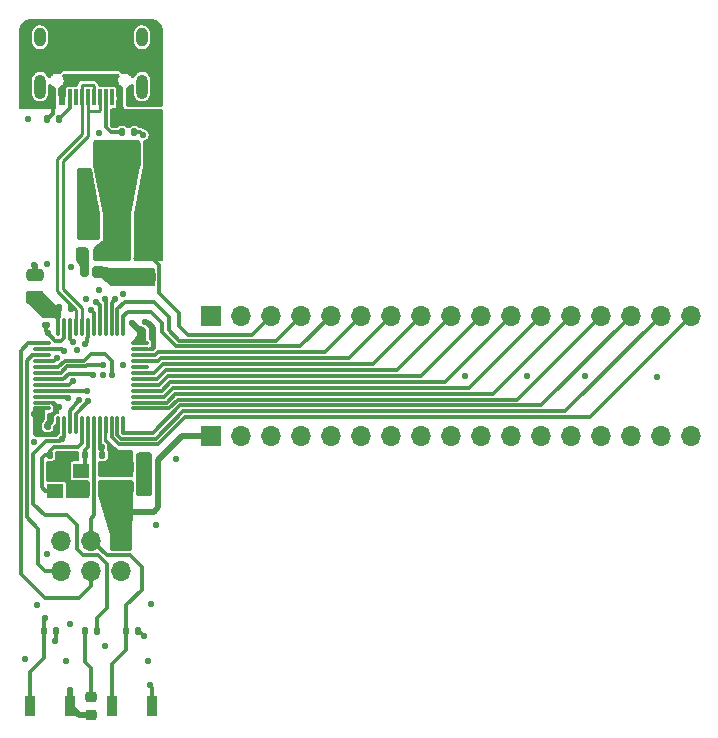
<source format=gtl>
%TF.GenerationSoftware,KiCad,Pcbnew,(6.0.9-0)*%
%TF.CreationDate,2022-12-21T10:02:25+01:00*%
%TF.ProjectId,BluerPill,426c7565-7250-4696-9c6c-2e6b69636164,rev?*%
%TF.SameCoordinates,Original*%
%TF.FileFunction,Copper,L1,Top*%
%TF.FilePolarity,Positive*%
%FSLAX46Y46*%
G04 Gerber Fmt 4.6, Leading zero omitted, Abs format (unit mm)*
G04 Created by KiCad (PCBNEW (6.0.9-0)) date 2022-12-21 10:02:25*
%MOMM*%
%LPD*%
G01*
G04 APERTURE LIST*
G04 Aperture macros list*
%AMRoundRect*
0 Rectangle with rounded corners*
0 $1 Rounding radius*
0 $2 $3 $4 $5 $6 $7 $8 $9 X,Y pos of 4 corners*
0 Add a 4 corners polygon primitive as box body*
4,1,4,$2,$3,$4,$5,$6,$7,$8,$9,$2,$3,0*
0 Add four circle primitives for the rounded corners*
1,1,$1+$1,$2,$3*
1,1,$1+$1,$4,$5*
1,1,$1+$1,$6,$7*
1,1,$1+$1,$8,$9*
0 Add four rect primitives between the rounded corners*
20,1,$1+$1,$2,$3,$4,$5,0*
20,1,$1+$1,$4,$5,$6,$7,0*
20,1,$1+$1,$6,$7,$8,$9,0*
20,1,$1+$1,$8,$9,$2,$3,0*%
G04 Aperture macros list end*
%TA.AperFunction,SMDPad,CuDef*%
%ADD10RoundRect,0.225000X-0.225000X-0.250000X0.225000X-0.250000X0.225000X0.250000X-0.225000X0.250000X0*%
%TD*%
%TA.AperFunction,SMDPad,CuDef*%
%ADD11R,0.900000X1.700000*%
%TD*%
%TA.AperFunction,SMDPad,CuDef*%
%ADD12RoundRect,0.135000X-0.135000X-0.185000X0.135000X-0.185000X0.135000X0.185000X-0.135000X0.185000X0*%
%TD*%
%TA.AperFunction,SMDPad,CuDef*%
%ADD13R,0.600000X1.450000*%
%TD*%
%TA.AperFunction,SMDPad,CuDef*%
%ADD14R,0.300000X1.450000*%
%TD*%
%TA.AperFunction,ComponentPad*%
%ADD15O,1.000000X1.600000*%
%TD*%
%TA.AperFunction,ComponentPad*%
%ADD16O,1.000000X2.100000*%
%TD*%
%TA.AperFunction,SMDPad,CuDef*%
%ADD17RoundRect,0.218750X-0.218750X-0.256250X0.218750X-0.256250X0.218750X0.256250X-0.218750X0.256250X0*%
%TD*%
%TA.AperFunction,SMDPad,CuDef*%
%ADD18RoundRect,0.140000X-0.140000X-0.170000X0.140000X-0.170000X0.140000X0.170000X-0.140000X0.170000X0*%
%TD*%
%TA.AperFunction,SMDPad,CuDef*%
%ADD19RoundRect,0.135000X0.135000X0.185000X-0.135000X0.185000X-0.135000X-0.185000X0.135000X-0.185000X0*%
%TD*%
%TA.AperFunction,SMDPad,CuDef*%
%ADD20RoundRect,0.218750X-0.256250X0.218750X-0.256250X-0.218750X0.256250X-0.218750X0.256250X0.218750X0*%
%TD*%
%TA.AperFunction,SMDPad,CuDef*%
%ADD21RoundRect,0.140000X0.140000X0.170000X-0.140000X0.170000X-0.140000X-0.170000X0.140000X-0.170000X0*%
%TD*%
%TA.AperFunction,SMDPad,CuDef*%
%ADD22RoundRect,0.140000X-0.170000X0.140000X-0.170000X-0.140000X0.170000X-0.140000X0.170000X0.140000X0*%
%TD*%
%TA.AperFunction,SMDPad,CuDef*%
%ADD23R,1.500000X2.000000*%
%TD*%
%TA.AperFunction,SMDPad,CuDef*%
%ADD24R,3.800000X2.000000*%
%TD*%
%TA.AperFunction,SMDPad,CuDef*%
%ADD25RoundRect,0.250000X0.475000X-0.250000X0.475000X0.250000X-0.475000X0.250000X-0.475000X-0.250000X0*%
%TD*%
%TA.AperFunction,SMDPad,CuDef*%
%ADD26R,1.400000X1.200000*%
%TD*%
%TA.AperFunction,ComponentPad*%
%ADD27R,1.700000X1.700000*%
%TD*%
%TA.AperFunction,ComponentPad*%
%ADD28O,1.700000X1.700000*%
%TD*%
%TA.AperFunction,SMDPad,CuDef*%
%ADD29RoundRect,0.075000X0.075000X-0.662500X0.075000X0.662500X-0.075000X0.662500X-0.075000X-0.662500X0*%
%TD*%
%TA.AperFunction,SMDPad,CuDef*%
%ADD30RoundRect,0.075000X0.662500X-0.075000X0.662500X0.075000X-0.662500X0.075000X-0.662500X-0.075000X0*%
%TD*%
%TA.AperFunction,SMDPad,CuDef*%
%ADD31RoundRect,0.250000X-0.475000X0.337500X-0.475000X-0.337500X0.475000X-0.337500X0.475000X0.337500X0*%
%TD*%
%TA.AperFunction,ViaPad*%
%ADD32C,0.550000*%
%TD*%
%TA.AperFunction,Conductor*%
%ADD33C,0.500000*%
%TD*%
%TA.AperFunction,Conductor*%
%ADD34C,0.300000*%
%TD*%
%TA.AperFunction,Conductor*%
%ADD35C,0.261112*%
%TD*%
G04 APERTURE END LIST*
D10*
%TO.P,C7,1*%
%TO.N,+3.3V*%
X88918750Y-136421250D03*
%TO.P,C7,2*%
%TO.N,GND*%
X90468750Y-136421250D03*
%TD*%
D11*
%TO.P,SW2,1,1*%
%TO.N,GND*%
X90917500Y-154940000D03*
%TO.P,SW2,2,2*%
%TO.N,nRST*%
X87517500Y-154940000D03*
%TD*%
D12*
%TO.P,R3,1*%
%TO.N,/USB_CC1*%
X88390000Y-106362500D03*
%TO.P,R3,2*%
%TO.N,GND*%
X89410000Y-106362500D03*
%TD*%
D11*
%TO.P,SW1,1,1*%
%TO.N,BOOT0*%
X80532500Y-154940000D03*
%TO.P,SW1,2,2*%
%TO.N,+3.3V*%
X83932500Y-154940000D03*
%TD*%
D13*
%TO.P,J3,A1,GND*%
%TO.N,GND*%
X88975000Y-103422500D03*
%TO.P,J3,A4,VBUS*%
%TO.N,VBUS*%
X88175000Y-103422500D03*
D14*
%TO.P,J3,A5,CC1*%
%TO.N,/USB_CC1*%
X86975000Y-103422500D03*
%TO.P,J3,A6,D+*%
%TO.N,USB_D+*%
X85975000Y-103422500D03*
%TO.P,J3,A7,D-*%
%TO.N,USB_D-*%
X85475000Y-103422500D03*
%TO.P,J3,A8,SBU1*%
%TO.N,unconnected-(J3-PadA8)*%
X84475000Y-103422500D03*
D13*
%TO.P,J3,A9,VBUS*%
%TO.N,VBUS*%
X83275000Y-103422500D03*
%TO.P,J3,A12,GND*%
%TO.N,GND*%
X82475000Y-103422500D03*
%TO.P,J3,B1,GND*%
X82475000Y-103422500D03*
%TO.P,J3,B4,VBUS*%
%TO.N,VBUS*%
X83275000Y-103422500D03*
D14*
%TO.P,J3,B5,CC2*%
%TO.N,/USB_CC2*%
X83975000Y-103422500D03*
%TO.P,J3,B6,D+*%
%TO.N,USB_D+*%
X84975000Y-103422500D03*
%TO.P,J3,B7,D-*%
%TO.N,USB_D-*%
X86475000Y-103422500D03*
%TO.P,J3,B8,SBU2*%
%TO.N,unconnected-(J3-PadB8)*%
X87475000Y-103422500D03*
D13*
%TO.P,J3,B9,VBUS*%
%TO.N,VBUS*%
X88175000Y-103422500D03*
%TO.P,J3,B12,GND*%
%TO.N,GND*%
X88975000Y-103422500D03*
D15*
%TO.P,J3,S1,SHIELD*%
%TO.N,unconnected-(J3-PadS1)*%
X90045000Y-98327500D03*
D16*
X90045000Y-102507500D03*
X81405000Y-102507500D03*
D15*
X81405000Y-98327500D03*
%TD*%
D12*
%TO.P,R5,1*%
%TO.N,/PWLED*%
X85177500Y-118210000D03*
%TO.P,R5,2*%
%TO.N,GND*%
X86197500Y-118210000D03*
%TD*%
D17*
%TO.P,D1,1,K*%
%TO.N,/PWLED*%
X84900000Y-116622500D03*
%TO.P,D1,2,A*%
%TO.N,+3.3V*%
X86475000Y-116622500D03*
%TD*%
D18*
%TO.P,C4,1*%
%TO.N,+3.3V*%
X81105000Y-131230000D03*
%TO.P,C4,2*%
%TO.N,GND*%
X82065000Y-131230000D03*
%TD*%
D12*
%TO.P,R6,1*%
%TO.N,/C13LED*%
X85215000Y-148590000D03*
%TO.P,R6,2*%
%TO.N,PC13*%
X86235000Y-148590000D03*
%TD*%
D19*
%TO.P,R1,1*%
%TO.N,GND*%
X82742500Y-148590000D03*
%TO.P,R1,2*%
%TO.N,BOOT0*%
X81722500Y-148590000D03*
%TD*%
D20*
%TO.P,D2,1,K*%
%TO.N,/C13LED*%
X85725000Y-154152500D03*
%TO.P,D2,2,A*%
%TO.N,+3.3V*%
X85725000Y-155727500D03*
%TD*%
D18*
%TO.P,C9,1*%
%TO.N,/HSE_IN*%
X82225000Y-133667500D03*
%TO.P,C9,2*%
%TO.N,GND*%
X83185000Y-133667500D03*
%TD*%
%TO.P,C8,1*%
%TO.N,nRST*%
X88737500Y-148590000D03*
%TO.P,C8,2*%
%TO.N,GND*%
X89697500Y-148590000D03*
%TD*%
%TO.P,C2,1*%
%TO.N,+3.3V*%
X90007500Y-123190000D03*
%TO.P,C2,2*%
%TO.N,GND*%
X90967500Y-123190000D03*
%TD*%
D21*
%TO.P,C5,1*%
%TO.N,+3.3VA*%
X87633750Y-133667500D03*
%TO.P,C5,2*%
%TO.N,GND*%
X86673750Y-133667500D03*
%TD*%
D22*
%TO.P,C3,1*%
%TO.N,+3.3V*%
X81915000Y-121757500D03*
%TO.P,C3,2*%
%TO.N,GND*%
X81915000Y-122717500D03*
%TD*%
D23*
%TO.P,U2,1,GND*%
%TO.N,GND*%
X85610000Y-114400000D03*
%TO.P,U2,2,VO*%
%TO.N,+3.3V*%
X87910000Y-114400000D03*
D24*
X87910000Y-108100000D03*
D23*
%TO.P,U2,3,VI*%
%TO.N,VBUS*%
X90210000Y-114400000D03*
%TD*%
D25*
%TO.P,C1,1*%
%TO.N,+3.3V*%
X80962500Y-120330000D03*
%TO.P,C1,2*%
%TO.N,GND*%
X80962500Y-118430000D03*
%TD*%
D12*
%TO.P,R2,1*%
%TO.N,+3.3V*%
X82992500Y-121285000D03*
%TO.P,R2,2*%
%TO.N,USB_D+*%
X84012500Y-121285000D03*
%TD*%
D26*
%TO.P,Y1,1,1*%
%TO.N,/HSE_OUT*%
X84920000Y-135040000D03*
%TO.P,Y1,2,2*%
%TO.N,GND*%
X82720000Y-135040000D03*
%TO.P,Y1,3,3*%
%TO.N,/HSE_IN*%
X82720000Y-136740000D03*
%TO.P,Y1,4,4*%
%TO.N,GND*%
X84920000Y-136740000D03*
%TD*%
D19*
%TO.P,R4,1*%
%TO.N,/USB_CC2*%
X83060000Y-105277500D03*
%TO.P,R4,2*%
%TO.N,GND*%
X82040000Y-105277500D03*
%TD*%
D20*
%TO.P,FB1,1*%
%TO.N,+3.3VA*%
X87312500Y-134998750D03*
%TO.P,FB1,2*%
%TO.N,+3.3V*%
X87312500Y-136573750D03*
%TD*%
D27*
%TO.P,J4,1,Pin_1*%
%TO.N,+3.3V*%
X88250000Y-140965000D03*
D28*
%TO.P,J4,2,Pin_2*%
%TO.N,SWDIO*%
X88250000Y-143505000D03*
%TO.P,J4,3,Pin_3*%
%TO.N,nRST*%
X85710000Y-140965000D03*
%TO.P,J4,4,Pin_4*%
%TO.N,SWCLK*%
X85710000Y-143505000D03*
%TO.P,J4,5,Pin_5*%
%TO.N,GND*%
X83170000Y-140965000D03*
%TO.P,J4,6,Pin_6*%
%TO.N,SWO*%
X83170000Y-143505000D03*
%TD*%
D29*
%TO.P,U1,1,VBAT*%
%TO.N,+3.3V*%
X82975000Y-131162500D03*
%TO.P,U1,2,PC13*%
%TO.N,PC13*%
X83475000Y-131162500D03*
%TO.P,U1,3,PC14*%
%TO.N,PC14*%
X83975000Y-131162500D03*
%TO.P,U1,4,PC15*%
%TO.N,PC15*%
X84475000Y-131162500D03*
%TO.P,U1,5,PD0*%
%TO.N,/HSE_IN*%
X84975000Y-131162500D03*
%TO.P,U1,6,PD1*%
%TO.N,/HSE_OUT*%
X85475000Y-131162500D03*
%TO.P,U1,7,NRST*%
%TO.N,nRST*%
X85975000Y-131162500D03*
%TO.P,U1,8,VSSA*%
%TO.N,GND*%
X86475000Y-131162500D03*
%TO.P,U1,9,VDDA*%
%TO.N,+3.3VA*%
X86975000Y-131162500D03*
%TO.P,U1,10,PA0*%
%TO.N,PA0*%
X87475000Y-131162500D03*
%TO.P,U1,11,PA1*%
%TO.N,PA1*%
X87975000Y-131162500D03*
%TO.P,U1,12,PA2*%
%TO.N,PA2*%
X88475000Y-131162500D03*
D30*
%TO.P,U1,13,PA3*%
%TO.N,PA3*%
X89887500Y-129750000D03*
%TO.P,U1,14,PA4*%
%TO.N,PA4*%
X89887500Y-129250000D03*
%TO.P,U1,15,PA5*%
%TO.N,PA5*%
X89887500Y-128750000D03*
%TO.P,U1,16,PA6*%
%TO.N,PA6*%
X89887500Y-128250000D03*
%TO.P,U1,17,PA7*%
%TO.N,PA7*%
X89887500Y-127750000D03*
%TO.P,U1,18,PB0*%
%TO.N,PB0*%
X89887500Y-127250000D03*
%TO.P,U1,19,PB1*%
%TO.N,PB1*%
X89887500Y-126750000D03*
%TO.P,U1,20,PB2*%
%TO.N,unconnected-(U1-Pad20)*%
X89887500Y-126250000D03*
%TO.P,U1,21,PB10*%
%TO.N,PB10*%
X89887500Y-125750000D03*
%TO.P,U1,22,PB11*%
%TO.N,PB11*%
X89887500Y-125250000D03*
%TO.P,U1,23,VSS*%
%TO.N,GND*%
X89887500Y-124750000D03*
%TO.P,U1,24,VDD*%
%TO.N,+3.3V*%
X89887500Y-124250000D03*
D29*
%TO.P,U1,25,PB12*%
%TO.N,PB12*%
X88475000Y-122837500D03*
%TO.P,U1,26,PB13*%
%TO.N,PB13*%
X87975000Y-122837500D03*
%TO.P,U1,27,PB14*%
%TO.N,PB14*%
X87475000Y-122837500D03*
%TO.P,U1,28,PB15*%
%TO.N,PB15*%
X86975000Y-122837500D03*
%TO.P,U1,29,PA8*%
%TO.N,PA8*%
X86475000Y-122837500D03*
%TO.P,U1,30,PA9*%
%TO.N,PA9*%
X85975000Y-122837500D03*
%TO.P,U1,31,PA10*%
%TO.N,PA10*%
X85475000Y-122837500D03*
%TO.P,U1,32,PA11*%
%TO.N,USB_D-*%
X84975000Y-122837500D03*
%TO.P,U1,33,PA12*%
%TO.N,USB_D+*%
X84475000Y-122837500D03*
%TO.P,U1,34,PA13*%
%TO.N,SWDIO*%
X83975000Y-122837500D03*
%TO.P,U1,35,VSS*%
%TO.N,GND*%
X83475000Y-122837500D03*
%TO.P,U1,36,VDD*%
%TO.N,+3.3V*%
X82975000Y-122837500D03*
D30*
%TO.P,U1,37,PA14*%
%TO.N,SWCLK*%
X81562500Y-124250000D03*
%TO.P,U1,38,PA15*%
%TO.N,PA15*%
X81562500Y-124750000D03*
%TO.P,U1,39,PB3*%
%TO.N,SWO*%
X81562500Y-125250000D03*
%TO.P,U1,40,PB4*%
%TO.N,PB4*%
X81562500Y-125750000D03*
%TO.P,U1,41,PB5*%
%TO.N,PB5*%
X81562500Y-126250000D03*
%TO.P,U1,42,PB6*%
%TO.N,PB6*%
X81562500Y-126750000D03*
%TO.P,U1,43,PB7*%
%TO.N,PB7*%
X81562500Y-127250000D03*
%TO.P,U1,44,BOOT0*%
%TO.N,BOOT0*%
X81562500Y-127750000D03*
%TO.P,U1,45,PB8*%
%TO.N,PB8*%
X81562500Y-128250000D03*
%TO.P,U1,46,PB9*%
%TO.N,PB9*%
X81562500Y-128750000D03*
%TO.P,U1,47,VSS*%
%TO.N,GND*%
X81562500Y-129250000D03*
%TO.P,U1,48,VDD*%
%TO.N,+3.3V*%
X81562500Y-129750000D03*
%TD*%
D10*
%TO.P,C6,1*%
%TO.N,+3.3VA*%
X88918750Y-134675000D03*
%TO.P,C6,2*%
%TO.N,GND*%
X90468750Y-134675000D03*
%TD*%
D21*
%TO.P,C10,1*%
%TO.N,/HSE_OUT*%
X85252500Y-133667500D03*
%TO.P,C10,2*%
%TO.N,GND*%
X84292500Y-133667500D03*
%TD*%
D31*
%TO.P,C12,1*%
%TO.N,+3.3V*%
X88227500Y-116537500D03*
%TO.P,C12,2*%
%TO.N,GND*%
X88227500Y-118612500D03*
%TD*%
%TO.P,C11,1*%
%TO.N,VBUS*%
X90450000Y-116537500D03*
%TO.P,C11,2*%
%TO.N,GND*%
X90450000Y-118612500D03*
%TD*%
D27*
%TO.P,J1,1,Pin_1*%
%TO.N,+3.3V*%
X95885000Y-121920000D03*
D28*
%TO.P,J1,2,Pin_2*%
%TO.N,GND*%
X98425000Y-121920000D03*
%TO.P,J1,3,Pin_3*%
%TO.N,VBUS*%
X100965000Y-121920000D03*
%TO.P,J1,4,Pin_4*%
%TO.N,PB13*%
X103505000Y-121920000D03*
%TO.P,J1,5,Pin_5*%
%TO.N,PB12*%
X106045000Y-121920000D03*
%TO.P,J1,6,Pin_6*%
%TO.N,PB11*%
X108585000Y-121920000D03*
%TO.P,J1,7,Pin_7*%
%TO.N,PB10*%
X111125000Y-121920000D03*
%TO.P,J1,8,Pin_8*%
%TO.N,PB1*%
X113665000Y-121920000D03*
%TO.P,J1,9,Pin_9*%
%TO.N,PB0*%
X116205000Y-121920000D03*
%TO.P,J1,10,Pin_10*%
%TO.N,PA7*%
X118745000Y-121920000D03*
%TO.P,J1,11,Pin_11*%
%TO.N,PA6*%
X121285000Y-121920000D03*
%TO.P,J1,12,Pin_12*%
%TO.N,PA5*%
X123825000Y-121920000D03*
%TO.P,J1,13,Pin_13*%
%TO.N,PA4*%
X126365000Y-121920000D03*
%TO.P,J1,14,Pin_14*%
%TO.N,PA3*%
X128905000Y-121920000D03*
%TO.P,J1,15,Pin_15*%
%TO.N,PA2*%
X131445000Y-121920000D03*
%TO.P,J1,16,Pin_16*%
%TO.N,PA1*%
X133985000Y-121920000D03*
%TO.P,J1,17,Pin_17*%
%TO.N,PA0*%
X136525000Y-121920000D03*
%TD*%
D27*
%TO.P,J2,1,Pin_1*%
%TO.N,+3.3V*%
X95885000Y-132080000D03*
D28*
%TO.P,J2,2,Pin_2*%
%TO.N,GND*%
X98425000Y-132080000D03*
%TO.P,J2,3,Pin_3*%
%TO.N,PC13*%
X100965000Y-132080000D03*
%TO.P,J2,4,Pin_4*%
%TO.N,PB9*%
X103505000Y-132080000D03*
%TO.P,J2,5,Pin_5*%
%TO.N,PC14*%
X106045000Y-132080000D03*
%TO.P,J2,6,Pin_6*%
%TO.N,PC15*%
X108585000Y-132080000D03*
%TO.P,J2,7,Pin_7*%
%TO.N,PB8*%
X111125000Y-132080000D03*
%TO.P,J2,8,Pin_8*%
%TO.N,PB5*%
X113665000Y-132080000D03*
%TO.P,J2,9,Pin_9*%
%TO.N,PB6*%
X116205000Y-132080000D03*
%TO.P,J2,10,Pin_10*%
%TO.N,PB7*%
X118745000Y-132080000D03*
%TO.P,J2,11,Pin_11*%
%TO.N,PB4*%
X121285000Y-132080000D03*
%TO.P,J2,12,Pin_12*%
%TO.N,PA15*%
X123825000Y-132080000D03*
%TO.P,J2,13,Pin_13*%
%TO.N,PA10*%
X126365000Y-132080000D03*
%TO.P,J2,14,Pin_14*%
%TO.N,PA9*%
X128905000Y-132080000D03*
%TO.P,J2,15,Pin_15*%
%TO.N,PA8*%
X131445000Y-132080000D03*
%TO.P,J2,16,Pin_16*%
%TO.N,PB14*%
X133985000Y-132080000D03*
%TO.P,J2,17,Pin_17*%
%TO.N,PB15*%
X136525000Y-132080000D03*
%TD*%
D32*
%TO.N,+3.3V*%
X88725000Y-110000000D03*
X81125000Y-121100000D03*
X80899500Y-130200000D03*
X87725000Y-111000000D03*
X86725000Y-112000000D03*
X83925000Y-153600000D03*
X87625000Y-109300000D03*
X89225000Y-122500000D03*
X86725000Y-110000000D03*
X88725000Y-112000000D03*
X87725000Y-112900000D03*
X87625000Y-138500000D03*
%TO.N,GND*%
X86925000Y-149900000D03*
X84825000Y-111400000D03*
X90125000Y-106600000D03*
X83925000Y-148000000D03*
X88025000Y-100900000D03*
X88425000Y-126100000D03*
X85325000Y-120500000D03*
X84825000Y-109800000D03*
X90525000Y-151100000D03*
X90725000Y-153200000D03*
X80387500Y-105277500D03*
X86425000Y-106400000D03*
X86725000Y-126900000D03*
X92925000Y-134000000D03*
X80125000Y-151000000D03*
X80425000Y-103600000D03*
X127525000Y-127000000D03*
X87825000Y-98200000D03*
X133625000Y-127100000D03*
X80925000Y-132600000D03*
X82725000Y-149400000D03*
X80925000Y-117600000D03*
X83525000Y-98100000D03*
X83625000Y-151100000D03*
X86425000Y-119700000D03*
X84025000Y-117800000D03*
X83025000Y-129600000D03*
X82075000Y-123350000D03*
X85725000Y-99300000D03*
X91225000Y-139600000D03*
X80725000Y-100200000D03*
X90225000Y-149000000D03*
X86625000Y-132974500D03*
X117425000Y-127000000D03*
X85725000Y-112000000D03*
X90825000Y-100200000D03*
X83625000Y-100800000D03*
X81125000Y-146400000D03*
X89225000Y-118600000D03*
X90125000Y-135500000D03*
X122625000Y-127000000D03*
X84525000Y-124800000D03*
X85825000Y-113000000D03*
X88425000Y-120100000D03*
X90825000Y-146300000D03*
X82025000Y-142100000D03*
X83725000Y-133800000D03*
X82025000Y-117500000D03*
X87025000Y-118400000D03*
X90325000Y-122400000D03*
X85525000Y-110600000D03*
X84925000Y-112600000D03*
%TO.N,PB9*%
X83825000Y-128900000D03*
%TO.N,PB8*%
X85425000Y-128300000D03*
%TO.N,PB7*%
X85925000Y-126900000D03*
%TO.N,PB6*%
X86725000Y-126100000D03*
%TO.N,PB5*%
X87525000Y-126900000D03*
%TO.N,PB4*%
X82825000Y-125500000D03*
%TO.N,PA15*%
X83425000Y-124900000D03*
%TO.N,PA10*%
X85225000Y-124300000D03*
%TO.N,PA9*%
X85725000Y-121400000D03*
%TO.N,PA8*%
X86187056Y-120711501D03*
%TO.N,PB15*%
X86904335Y-120494096D03*
%TO.N,PB14*%
X87725000Y-120500000D03*
%TO.N,PC13*%
X83275000Y-132350000D03*
%TO.N,PC14*%
X84725000Y-129000000D03*
%TO.N,PC15*%
X85508884Y-129100000D03*
%TO.N,SWDIO*%
X84225000Y-124100000D03*
%TO.N,BOOT0*%
X84225000Y-127428053D03*
X81825000Y-147500000D03*
%TD*%
D33*
%TO.N,+3.3V*%
X91425000Y-134100000D02*
X91425000Y-138100000D01*
X91025000Y-138500000D02*
X87625000Y-138500000D01*
X85725000Y-155727500D02*
X84720000Y-155727500D01*
X91425000Y-138100000D02*
X91025000Y-138500000D01*
X89915000Y-123190000D02*
X89225000Y-122500000D01*
X83932500Y-153607500D02*
X83925000Y-153600000D01*
X90007500Y-123190000D02*
X89915000Y-123190000D01*
X83932500Y-154940000D02*
X83932500Y-153607500D01*
X95885000Y-132080000D02*
X93445000Y-132080000D01*
D34*
X81562500Y-129750000D02*
X81349500Y-129750000D01*
D33*
X93445000Y-132080000D02*
X91425000Y-134100000D01*
X84720000Y-155727500D02*
X83932500Y-154940000D01*
D34*
X81349500Y-129750000D02*
X80899500Y-130200000D01*
%TO.N,GND*%
X86475000Y-133150000D02*
X86475000Y-133124500D01*
X90425000Y-122400000D02*
X90325000Y-122400000D01*
X89815000Y-148590000D02*
X90225000Y-149000000D01*
D33*
X90967500Y-123190000D02*
X90967500Y-122942500D01*
D34*
X81915000Y-122717500D02*
X81915000Y-123190000D01*
D33*
X80962500Y-118430000D02*
X80962500Y-117637500D01*
X80962500Y-117637500D02*
X80925000Y-117600000D01*
D34*
X81915000Y-123190000D02*
X82725000Y-124000000D01*
D33*
X90967500Y-122942500D02*
X90525000Y-122500000D01*
D34*
X89887500Y-106362500D02*
X90125000Y-106600000D01*
X86475000Y-133190000D02*
X86655000Y-133370000D01*
X86475000Y-131162500D02*
X86475000Y-133150000D01*
X89410000Y-106362500D02*
X89887500Y-106362500D01*
X82725000Y-124000000D02*
X83225000Y-124000000D01*
X82742500Y-149382500D02*
X82725000Y-149400000D01*
X86475000Y-133150000D02*
X86475000Y-133190000D01*
X90525000Y-122500000D02*
X90425000Y-122400000D01*
X90917500Y-154940000D02*
X90917500Y-153392500D01*
X90917500Y-153392500D02*
X90725000Y-153200000D01*
X82475000Y-104850000D02*
X82475000Y-103422500D01*
X83475000Y-123750000D02*
X83475000Y-122837500D01*
X82040000Y-105285000D02*
X82475000Y-104850000D01*
X83225000Y-124000000D02*
X83475000Y-123750000D01*
X82742500Y-148590000D02*
X82742500Y-149382500D01*
X86475000Y-133124500D02*
X86625000Y-132974500D01*
X89697500Y-148590000D02*
X89815000Y-148590000D01*
%TO.N,nRST*%
X88737500Y-148590000D02*
X88737500Y-146387500D01*
X89025000Y-142200000D02*
X87085000Y-142200000D01*
X88737500Y-150187500D02*
X87517500Y-151407500D01*
X85975000Y-138815000D02*
X85975000Y-131162500D01*
X85710000Y-140965000D02*
X85710000Y-139080000D01*
X90025000Y-143200000D02*
X89025000Y-142200000D01*
X88737500Y-148590000D02*
X88737500Y-150187500D01*
X85710000Y-139080000D02*
X85975000Y-138815000D01*
X87085000Y-142200000D02*
X85850000Y-140965000D01*
X90025000Y-145100000D02*
X90025000Y-143200000D01*
X88737500Y-146387500D02*
X90025000Y-145100000D01*
X87517500Y-151407500D02*
X87517500Y-154940000D01*
%TO.N,/HSE_IN*%
X81565000Y-133935000D02*
X81565000Y-136435000D01*
X82225000Y-133667500D02*
X81832500Y-133667500D01*
X84975000Y-132636041D02*
X84603541Y-133007500D01*
X81870000Y-136740000D02*
X82720000Y-136740000D01*
X82225000Y-133375000D02*
X82225000Y-133667500D01*
X84603541Y-133007500D02*
X82592500Y-133007500D01*
X81565000Y-136435000D02*
X81870000Y-136740000D01*
X82592500Y-133007500D02*
X82225000Y-133375000D01*
X84975000Y-131162500D02*
X84975000Y-132636041D01*
X81832500Y-133667500D02*
X81565000Y-133935000D01*
%TO.N,/HSE_OUT*%
X85252500Y-134707500D02*
X84920000Y-135040000D01*
X85252500Y-133667500D02*
X85252500Y-134707500D01*
X85475000Y-133025000D02*
X85475000Y-131797500D01*
X85252500Y-133667500D02*
X85252500Y-133247500D01*
X85252500Y-133247500D02*
X85475000Y-133025000D01*
%TO.N,VBUS*%
X93925000Y-123500000D02*
X99385000Y-123500000D01*
X91525000Y-120000000D02*
X93225000Y-121700000D01*
X99385000Y-123500000D02*
X100965000Y-121920000D01*
X93225000Y-121700000D02*
X93225000Y-122800000D01*
X93225000Y-122800000D02*
X93925000Y-123500000D01*
X90450000Y-116537500D02*
X91525000Y-117612500D01*
X91525000Y-117612500D02*
X91525000Y-120000000D01*
%TO.N,/C13LED*%
X85225000Y-151200000D02*
X85725000Y-151700000D01*
X85725000Y-151700000D02*
X85725000Y-154152500D01*
X85225000Y-148600000D02*
X85225000Y-151200000D01*
X85215000Y-148590000D02*
X85225000Y-148600000D01*
%TO.N,PB9*%
X81562500Y-128750000D02*
X83675000Y-128750000D01*
X83675000Y-128750000D02*
X83825000Y-128900000D01*
%TO.N,PB8*%
X83875000Y-128250000D02*
X81562500Y-128250000D01*
X85425000Y-128300000D02*
X83875000Y-128250000D01*
%TO.N,PB7*%
X83382106Y-127250000D02*
X83828553Y-126803553D01*
X81562500Y-127250000D02*
X83382106Y-127250000D01*
X85828553Y-126803553D02*
X85925000Y-126900000D01*
X83828553Y-126803553D02*
X85828553Y-126803553D01*
%TO.N,PB6*%
X81562500Y-126750000D02*
X83175000Y-126750000D01*
X83175000Y-126750000D02*
X83725000Y-126200000D01*
X85432106Y-126100000D02*
X86725000Y-126100000D01*
X85332106Y-126200000D02*
X85432106Y-126100000D01*
X83725000Y-126200000D02*
X85332106Y-126200000D01*
%TO.N,PB5*%
X85125000Y-125700000D02*
X85725000Y-125100000D01*
X82958884Y-126250000D02*
X83508884Y-125700000D01*
X81562500Y-126250000D02*
X82958884Y-126250000D01*
X86925000Y-125100000D02*
X87525000Y-125700000D01*
X85725000Y-125100000D02*
X86925000Y-125100000D01*
X83508884Y-125700000D02*
X85125000Y-125700000D01*
X87525000Y-125700000D02*
X87525000Y-126900000D01*
%TO.N,PB4*%
X82575000Y-125750000D02*
X82825000Y-125500000D01*
X81562500Y-125750000D02*
X82575000Y-125750000D01*
%TO.N,SWO*%
X80723959Y-125250000D02*
X80275000Y-125698959D01*
X81275000Y-139950000D02*
X81275000Y-142950000D01*
X81562500Y-125250000D02*
X80723959Y-125250000D01*
X81275000Y-142950000D02*
X81830000Y-143505000D01*
X80275000Y-138950000D02*
X81275000Y-139950000D01*
X81830000Y-143505000D02*
X83170000Y-143505000D01*
X80275000Y-125698959D02*
X80275000Y-138950000D01*
%TO.N,PA15*%
X83275000Y-124750000D02*
X83425000Y-124900000D01*
X81562500Y-124750000D02*
X83275000Y-124750000D01*
%TO.N,PA10*%
X85400000Y-123751041D02*
X85475000Y-123676041D01*
X85400000Y-124125000D02*
X85400000Y-123751041D01*
X85475000Y-123676041D02*
X85475000Y-123600000D01*
X85225000Y-124300000D02*
X85400000Y-124125000D01*
%TO.N,PA9*%
X85975000Y-121650000D02*
X85725000Y-121400000D01*
X85975000Y-122837500D02*
X85975000Y-121650000D01*
%TO.N,PA8*%
X86187056Y-120711501D02*
X86475000Y-120999445D01*
X86475000Y-120999445D02*
X86475000Y-122837500D01*
%TO.N,PB15*%
X86975000Y-122837500D02*
X86975000Y-120564761D01*
X86975000Y-120564761D02*
X86904335Y-120494096D01*
%TO.N,PB14*%
X87475000Y-120850000D02*
X87475000Y-122837500D01*
X87725000Y-120500000D02*
X87475000Y-120850000D01*
%TO.N,PB13*%
X92325000Y-122000000D02*
X92325000Y-122300000D01*
X92325000Y-123100000D02*
X92325000Y-122300000D01*
X87975000Y-122837500D02*
X87975000Y-121998960D01*
X88625000Y-120700000D02*
X91025000Y-120700000D01*
X101425000Y-124000000D02*
X93225000Y-124000000D01*
X87975000Y-121998960D02*
X87975000Y-121350000D01*
X87975000Y-121350000D02*
X88625000Y-120700000D01*
X93225000Y-124000000D02*
X92325000Y-123100000D01*
X103505000Y-121920000D02*
X101425000Y-124000000D01*
X91025000Y-120700000D02*
X92325000Y-122000000D01*
%TO.N,PB12*%
X103465000Y-124500000D02*
X106045000Y-121920000D01*
X88475000Y-122837500D02*
X88475000Y-121950000D01*
X91725000Y-123300000D02*
X92925000Y-124500000D01*
X88475000Y-121950000D02*
X88825000Y-121600000D01*
X90825000Y-121600000D02*
X91725000Y-122500000D01*
X92925000Y-124500000D02*
X103465000Y-124500000D01*
X88825000Y-121600000D02*
X90825000Y-121600000D01*
X91725000Y-122500000D02*
X91725000Y-123300000D01*
%TO.N,PC13*%
X87050000Y-142925000D02*
X87050000Y-146675000D01*
X86225000Y-148580000D02*
X86235000Y-148590000D01*
X83475000Y-132150000D02*
X83125000Y-132500000D01*
X80825000Y-133600000D02*
X80825000Y-137800000D01*
X86325000Y-142200000D02*
X87050000Y-142925000D01*
X83475000Y-131162500D02*
X83475000Y-132150000D01*
X81925000Y-132500000D02*
X80825000Y-133600000D01*
X83725000Y-138800000D02*
X84510000Y-139585000D01*
X84510000Y-139585000D02*
X84510000Y-141685000D01*
X80825000Y-137800000D02*
X81825000Y-138800000D01*
X85025000Y-142200000D02*
X86325000Y-142200000D01*
X87050000Y-146675000D02*
X86225000Y-147500000D01*
X83125000Y-132500000D02*
X81925000Y-132500000D01*
X84510000Y-141685000D02*
X85025000Y-142200000D01*
X81825000Y-138800000D02*
X83725000Y-138800000D01*
X86225000Y-147500000D02*
X86225000Y-148580000D01*
%TO.N,PC14*%
X84725000Y-129000000D02*
X83975000Y-129950000D01*
X83975000Y-129950000D02*
X83975000Y-131162500D01*
%TO.N,PC15*%
X84725000Y-129983884D02*
X84475000Y-130233884D01*
X84475000Y-130233884D02*
X84475000Y-131162500D01*
X85508884Y-129100000D02*
X84725000Y-129983884D01*
%TO.N,PA0*%
X93703168Y-130500000D02*
X91403168Y-132800000D01*
X88064999Y-132800000D02*
X87475000Y-132210001D01*
X91403168Y-132800000D02*
X88064999Y-132800000D01*
X127945000Y-130500000D02*
X93703168Y-130500000D01*
X87475000Y-132210001D02*
X87475000Y-131162500D01*
X136525000Y-121920000D02*
X127945000Y-130500000D01*
%TO.N,PA1*%
X133985000Y-121920000D02*
X125905000Y-130000000D01*
X91196062Y-132300000D02*
X89225000Y-132300000D01*
X88272105Y-132300000D02*
X89225000Y-132300000D01*
X125905000Y-130000000D02*
X93496062Y-130000000D01*
X87975000Y-132002895D02*
X88272105Y-132300000D01*
X93496062Y-130000000D02*
X91196062Y-132300000D01*
X87975000Y-131162500D02*
X87975000Y-132002895D01*
%TO.N,PA2*%
X90988956Y-131800000D02*
X88525000Y-131800000D01*
X88525000Y-131800000D02*
X88475000Y-131750000D01*
X131445000Y-121920000D02*
X123865000Y-129500000D01*
X88475000Y-131750000D02*
X88475000Y-131162500D01*
X88475000Y-131162500D02*
X88475000Y-131795788D01*
X123865000Y-129500000D02*
X93288956Y-129500000D01*
X93288956Y-129500000D02*
X90988956Y-131800000D01*
%TO.N,PA3*%
X121825000Y-129000000D02*
X93081850Y-129000000D01*
X93081850Y-129000000D02*
X92331850Y-129750000D01*
X128905000Y-121920000D02*
X121825000Y-129000000D01*
X92331850Y-129750000D02*
X89887500Y-129750000D01*
%TO.N,PA4*%
X126365000Y-121920000D02*
X119785000Y-128500000D01*
X92124744Y-129250000D02*
X89887500Y-129250000D01*
X92874744Y-128500000D02*
X92124744Y-129250000D01*
X119785000Y-128500000D02*
X92874744Y-128500000D01*
%TO.N,PA5*%
X117745000Y-128000000D02*
X92667638Y-128000000D01*
X92667638Y-128000000D02*
X91917638Y-128750000D01*
X91917638Y-128750000D02*
X89887500Y-128750000D01*
X123825000Y-121920000D02*
X117745000Y-128000000D01*
%TO.N,PA6*%
X92460532Y-127500000D02*
X91710532Y-128250000D01*
X115705000Y-127500000D02*
X92460532Y-127500000D01*
X91710532Y-128250000D02*
X89887500Y-128250000D01*
X121285000Y-121920000D02*
X115705000Y-127500000D01*
%TO.N,PA7*%
X92253426Y-127000000D02*
X91503426Y-127750000D01*
X91503426Y-127750000D02*
X89887500Y-127750000D01*
X118745000Y-121920000D02*
X113665000Y-127000000D01*
X113665000Y-127000000D02*
X92253426Y-127000000D01*
%TO.N,PB0*%
X92046320Y-126500000D02*
X91296320Y-127250000D01*
X111625000Y-126500000D02*
X92046320Y-126500000D01*
X91296320Y-127250000D02*
X89887500Y-127250000D01*
X116205000Y-121920000D02*
X111625000Y-126500000D01*
%TO.N,PB1*%
X113665000Y-121920000D02*
X109585000Y-126000000D01*
X91839214Y-126000000D02*
X91089214Y-126750000D01*
X91089214Y-126750000D02*
X89887500Y-126750000D01*
X109585000Y-126000000D02*
X91839214Y-126000000D01*
%TO.N,PB10*%
X111125000Y-121920000D02*
X107545000Y-125500000D01*
X107545000Y-125500000D02*
X91632107Y-125500000D01*
X91382107Y-125750000D02*
X89887500Y-125750000D01*
X91632107Y-125500000D02*
X91382107Y-125750000D01*
%TO.N,PB11*%
X108585000Y-121920000D02*
X105505000Y-125000000D01*
X91425000Y-125000000D02*
X91175000Y-125250000D01*
X91175000Y-125250000D02*
X89887500Y-125250000D01*
X105505000Y-125000000D02*
X91425000Y-125000000D01*
%TO.N,/USB_CC1*%
X86975000Y-103422500D02*
X86975000Y-105950000D01*
X87387500Y-106362500D02*
X88390000Y-106362500D01*
X86975000Y-105950000D02*
X87387500Y-106362500D01*
D35*
%TO.N,USB_D+*%
X84975000Y-104510001D02*
X84975000Y-103422500D01*
X84492843Y-122819657D02*
X84492843Y-121423069D01*
X84992844Y-106503836D02*
X84992844Y-104527845D01*
X84994444Y-102366944D02*
X85891944Y-102366944D01*
X84992844Y-104527845D02*
X84975000Y-104510001D01*
X82892844Y-119823070D02*
X82892844Y-108603836D01*
X84492843Y-121423069D02*
X82892844Y-119823070D01*
X85975000Y-102450000D02*
X85975000Y-103422500D01*
X84975000Y-103422500D02*
X84975000Y-102386388D01*
X82892844Y-108603836D02*
X84992844Y-106503836D01*
X85891944Y-102366944D02*
X85975000Y-102450000D01*
X84975000Y-102386388D02*
X84994444Y-102366944D01*
%TO.N,USB_D-*%
X84957157Y-122819657D02*
X84957157Y-121230743D01*
X85457156Y-104527845D02*
X85475000Y-104510001D01*
X83357156Y-108796164D02*
X85457156Y-106696164D01*
X84975000Y-122837500D02*
X84957157Y-122819657D01*
X86475000Y-104458612D02*
X86405767Y-104527845D01*
X85457156Y-106696164D02*
X85457156Y-104527845D01*
X86405767Y-104527845D02*
X85457156Y-104527845D01*
X85475000Y-104510001D02*
X85475000Y-103422500D01*
X86475000Y-103422500D02*
X86475000Y-104458612D01*
X83357156Y-119630742D02*
X83357156Y-108796164D01*
X84957157Y-121230743D02*
X83357156Y-119630742D01*
D34*
%TO.N,/USB_CC2*%
X83975000Y-104350000D02*
X83060000Y-105265000D01*
X83975000Y-103422500D02*
X83975000Y-104350000D01*
%TO.N,SWDIO*%
X83975000Y-123850000D02*
X84225000Y-124100000D01*
X83975000Y-122837500D02*
X83975000Y-123850000D01*
%TO.N,SWCLK*%
X79775000Y-143750000D02*
X81825000Y-145800000D01*
X84725000Y-145800000D02*
X85710000Y-144815000D01*
X80375000Y-124250000D02*
X79775000Y-124850000D01*
X81825000Y-145800000D02*
X84725000Y-145800000D01*
X81562500Y-124250000D02*
X80375000Y-124250000D01*
X85710000Y-144815000D02*
X85710000Y-143505000D01*
X79775000Y-124850000D02*
X79775000Y-143750000D01*
%TO.N,BOOT0*%
X81722500Y-148590000D02*
X81722500Y-147602500D01*
X80532500Y-152092500D02*
X80532500Y-154940000D01*
X81722500Y-148590000D02*
X81722500Y-150902500D01*
X81722500Y-147602500D02*
X81825000Y-147500000D01*
X81562500Y-127750000D02*
X83678553Y-127750000D01*
X83903053Y-127750000D02*
X84225000Y-127428053D01*
X81722500Y-150902500D02*
X80532500Y-152092500D01*
X83678553Y-127750000D02*
X83903053Y-127750000D01*
%TD*%
%TA.AperFunction,Conductor*%
%TO.N,GND*%
G36*
X90989393Y-122902863D02*
G01*
X91041602Y-122913248D01*
X91095312Y-122935495D01*
X91127134Y-122956757D01*
X91168244Y-122997867D01*
X91189505Y-123029687D01*
X91211752Y-123083398D01*
X91222137Y-123135607D01*
X91225000Y-123164675D01*
X91225000Y-124635325D01*
X91222137Y-124664393D01*
X91220533Y-124672457D01*
X91183812Y-124744528D01*
X91173853Y-124755302D01*
X91169796Y-124759522D01*
X91074765Y-124854553D01*
X91007970Y-124893117D01*
X90998476Y-124895330D01*
X90992135Y-124896592D01*
X90991902Y-124896638D01*
X90962839Y-124899500D01*
X90215780Y-124899500D01*
X90141280Y-124879538D01*
X90086742Y-124825000D01*
X90066780Y-124750500D01*
X90086742Y-124676000D01*
X90141280Y-124621462D01*
X90201175Y-124602218D01*
X90211338Y-124601217D01*
X90225943Y-124600499D01*
X90577132Y-124600499D01*
X90657495Y-124584515D01*
X90748624Y-124523624D01*
X90809515Y-124432495D01*
X90825500Y-124352133D01*
X90825499Y-124147868D01*
X90809515Y-124067505D01*
X90748624Y-123976376D01*
X90696719Y-123941694D01*
X90645866Y-123883707D01*
X90630500Y-123817806D01*
X90630500Y-123098821D01*
X90628742Y-123071998D01*
X90628423Y-123069577D01*
X90628185Y-123067160D01*
X90629141Y-123067066D01*
X90638713Y-122994578D01*
X90685690Y-122933406D01*
X90747277Y-122905515D01*
X90760603Y-122902864D01*
X90789675Y-122900000D01*
X90960325Y-122900000D01*
X90989393Y-122902863D01*
G37*
%TD.AperFunction*%
%TD*%
%TA.AperFunction,Conductor*%
%TO.N,+3.3VA*%
G36*
X87048999Y-130900590D02*
G01*
X87103537Y-130955128D01*
X87120636Y-131000560D01*
X87121638Y-131005596D01*
X87124500Y-131034661D01*
X87124500Y-132156732D01*
X87121164Y-132188084D01*
X87120162Y-132192739D01*
X87117337Y-132198247D01*
X87122467Y-132213692D01*
X87123615Y-132223388D01*
X87124140Y-132228615D01*
X87124493Y-132232883D01*
X87124500Y-132233053D01*
X87124500Y-132239116D01*
X87124833Y-132241116D01*
X87125000Y-132245165D01*
X87125000Y-132372500D01*
X87290259Y-132521233D01*
X87295942Y-132526625D01*
X87779489Y-133010172D01*
X87787190Y-133019708D01*
X87787204Y-133019696D01*
X87795493Y-133028806D01*
X87802174Y-133039152D01*
X87826018Y-133057949D01*
X87830076Y-133061266D01*
X87833398Y-133064081D01*
X87837746Y-133068429D01*
X87842743Y-133072000D01*
X87842748Y-133072004D01*
X87851635Y-133078354D01*
X87857252Y-133082571D01*
X87893810Y-133111392D01*
X87901788Y-133114194D01*
X87908669Y-133119111D01*
X87945320Y-133130072D01*
X88002304Y-133162073D01*
X88125000Y-133272500D01*
X89060325Y-133272500D01*
X89089393Y-133275363D01*
X89141602Y-133285748D01*
X89195312Y-133307995D01*
X89227134Y-133329257D01*
X89268244Y-133370367D01*
X89289505Y-133402187D01*
X89311752Y-133455898D01*
X89322137Y-133508107D01*
X89325000Y-133537175D01*
X89325000Y-133665872D01*
X89323638Y-133684310D01*
X89323846Y-133684336D01*
X89323623Y-133686140D01*
X89323353Y-133687964D01*
X89320490Y-133717032D01*
X89319500Y-133737175D01*
X89319500Y-134200229D01*
X89320015Y-134204578D01*
X89320015Y-134204582D01*
X89323967Y-134237970D01*
X89325000Y-134255483D01*
X89325000Y-135094517D01*
X89323967Y-135112029D01*
X89319500Y-135149771D01*
X89319500Y-135335476D01*
X89316637Y-135364545D01*
X89311752Y-135389103D01*
X89289505Y-135442813D01*
X89268244Y-135474633D01*
X89227134Y-135515743D01*
X89195313Y-135537005D01*
X89141602Y-135559252D01*
X89089393Y-135569637D01*
X89060325Y-135572500D01*
X86589675Y-135572500D01*
X86560607Y-135569637D01*
X86508398Y-135559252D01*
X86454687Y-135537005D01*
X86422866Y-135515743D01*
X86381756Y-135474633D01*
X86360495Y-135442813D01*
X86338248Y-135389103D01*
X86328363Y-135339408D01*
X86325500Y-135310339D01*
X86325500Y-134325731D01*
X86345462Y-134251231D01*
X86400000Y-134196693D01*
X86474500Y-134176731D01*
X86484251Y-134177050D01*
X86488997Y-134177361D01*
X86493849Y-134178000D01*
X86498736Y-134178000D01*
X86674026Y-134177999D01*
X86853650Y-134177999D01*
X86875744Y-134175091D01*
X86891935Y-134172960D01*
X86891937Y-134172959D01*
X86903237Y-134171472D01*
X87012066Y-134120724D01*
X87096974Y-134035816D01*
X87147722Y-133926987D01*
X87154250Y-133877401D01*
X87154249Y-133457600D01*
X87151341Y-133435506D01*
X87149210Y-133419315D01*
X87149209Y-133419313D01*
X87147722Y-133408013D01*
X87096974Y-133299184D01*
X87087758Y-133289968D01*
X87086417Y-133288053D01*
X87060037Y-133215577D01*
X87074378Y-133137626D01*
X87078021Y-133130106D01*
X87082649Y-133120554D01*
X87085473Y-133103769D01*
X87104291Y-132991921D01*
X87104291Y-132991917D01*
X87105247Y-132986237D01*
X87105390Y-132974500D01*
X87093056Y-132888371D01*
X87087586Y-132850179D01*
X87087586Y-132850178D01*
X87086081Y-132839671D01*
X87055368Y-132772120D01*
X87034100Y-132725343D01*
X87034098Y-132725340D01*
X87029706Y-132715680D01*
X86940796Y-132612496D01*
X86893457Y-132581812D01*
X86841799Y-132524540D01*
X86825500Y-132456780D01*
X86825500Y-132231204D01*
X86832414Y-132205401D01*
X86825500Y-132161377D01*
X86825500Y-131133385D01*
X86825499Y-131133382D01*
X86825499Y-131029628D01*
X86845461Y-130955128D01*
X86899999Y-130900590D01*
X86974499Y-130880628D01*
X87048999Y-130900590D01*
G37*
%TD.AperFunction*%
%TD*%
%TA.AperFunction,Conductor*%
%TO.N,GND*%
G36*
X86598773Y-117700279D02*
G01*
X86606206Y-117700735D01*
X86615655Y-117701314D01*
X86633744Y-117703541D01*
X86650392Y-117706634D01*
X86659267Y-117708567D01*
X86917892Y-117773223D01*
X87395143Y-117892536D01*
X87395147Y-117892537D01*
X87425000Y-117900000D01*
X91025500Y-117900000D01*
X91100000Y-117919962D01*
X91154538Y-117974500D01*
X91174500Y-118049000D01*
X91174500Y-119251000D01*
X91154538Y-119325500D01*
X91100000Y-119380038D01*
X91025500Y-119400000D01*
X87532360Y-119400000D01*
X87505728Y-119397601D01*
X87457634Y-119388864D01*
X87407772Y-119370129D01*
X87365824Y-119345034D01*
X87344206Y-119329305D01*
X87339858Y-119325500D01*
X87025000Y-119050000D01*
X86625000Y-118700000D01*
X86089675Y-118700000D01*
X86060607Y-118697137D01*
X86008398Y-118686752D01*
X85954687Y-118664505D01*
X85922866Y-118643243D01*
X85881756Y-118602133D01*
X85860495Y-118570313D01*
X85838248Y-118516602D01*
X85827863Y-118464393D01*
X85825000Y-118435325D01*
X85825000Y-117964675D01*
X85827863Y-117935607D01*
X85838248Y-117883398D01*
X85860495Y-117829687D01*
X85881756Y-117797867D01*
X85922866Y-117756757D01*
X85954688Y-117735495D01*
X86008398Y-117713248D01*
X86060607Y-117702863D01*
X86089675Y-117700000D01*
X86589655Y-117700000D01*
X86598773Y-117700279D01*
G37*
%TD.AperFunction*%
%TD*%
%TA.AperFunction,Conductor*%
%TO.N,GND*%
G36*
X82538354Y-129103363D02*
G01*
X82588049Y-129113248D01*
X82641759Y-129135496D01*
X82686020Y-129165070D01*
X82708600Y-129183600D01*
X82941400Y-129416400D01*
X82959930Y-129438980D01*
X82989504Y-129483241D01*
X83011752Y-129536952D01*
X83022137Y-129589161D01*
X83025000Y-129618229D01*
X83025000Y-130075501D01*
X83005038Y-130150001D01*
X82950500Y-130204539D01*
X82887247Y-130221487D01*
X82887473Y-130223783D01*
X82880185Y-130224501D01*
X82872868Y-130224501D01*
X82792505Y-130240485D01*
X82780304Y-130248638D01*
X82780303Y-130248638D01*
X82745250Y-130272060D01*
X82701376Y-130301376D01*
X82640485Y-130392505D01*
X82637622Y-130406896D01*
X82637622Y-130406897D01*
X82625927Y-130465692D01*
X82624500Y-130472867D01*
X82624500Y-130798619D01*
X82604538Y-130873119D01*
X82551945Y-130925712D01*
X82552124Y-130925996D01*
X82474686Y-130974654D01*
X82420149Y-131029192D01*
X82409697Y-131040457D01*
X82366963Y-131121315D01*
X82347002Y-131195813D01*
X82346366Y-131200644D01*
X82346365Y-131200649D01*
X82345410Y-131207908D01*
X82340000Y-131248999D01*
X82340000Y-131351000D01*
X82320038Y-131425500D01*
X82265500Y-131480038D01*
X82191000Y-131500000D01*
X81989675Y-131500000D01*
X81960607Y-131497137D01*
X81944715Y-131493976D01*
X81909932Y-131487057D01*
X81840758Y-131452944D01*
X81797908Y-131388814D01*
X81790001Y-131340921D01*
X81790000Y-131065799D01*
X81809962Y-130991298D01*
X81833641Y-130960439D01*
X81842453Y-130951627D01*
X81859697Y-130936833D01*
X81895810Y-130910354D01*
X81950348Y-130855816D01*
X81960802Y-130844551D01*
X81976876Y-130814137D01*
X81999627Y-130771090D01*
X81999628Y-130771087D01*
X82003536Y-130763693D01*
X82023498Y-130689193D01*
X82030500Y-130636006D01*
X82030500Y-130249499D01*
X82050462Y-130174999D01*
X82105000Y-130120461D01*
X82179500Y-130100499D01*
X82252132Y-130100499D01*
X82332495Y-130084515D01*
X82345986Y-130075501D01*
X82411421Y-130031778D01*
X82423624Y-130023624D01*
X82484515Y-129932495D01*
X82500500Y-129852133D01*
X82500499Y-129647868D01*
X82484515Y-129567505D01*
X82423624Y-129476376D01*
X82332495Y-129415485D01*
X82318104Y-129412622D01*
X82318103Y-129412622D01*
X82259308Y-129400927D01*
X82259306Y-129400927D01*
X82252133Y-129399500D01*
X81982133Y-129399500D01*
X81907633Y-129379538D01*
X81853095Y-129325000D01*
X81833133Y-129250500D01*
X81853095Y-129176000D01*
X81907633Y-129121462D01*
X81953065Y-129104363D01*
X81958100Y-129103362D01*
X81987161Y-129100500D01*
X82509285Y-129100500D01*
X82538354Y-129103363D01*
G37*
%TD.AperFunction*%
%TD*%
%TA.AperFunction,Conductor*%
%TO.N,GND*%
G36*
X90689393Y-133475363D02*
G01*
X90741602Y-133485748D01*
X90795312Y-133507995D01*
X90827134Y-133529257D01*
X90868244Y-133570367D01*
X90889505Y-133602187D01*
X90911752Y-133655898D01*
X90922137Y-133708107D01*
X90925000Y-133737175D01*
X90925000Y-136907825D01*
X90922137Y-136936893D01*
X90911752Y-136989102D01*
X90889505Y-137042813D01*
X90868244Y-137074633D01*
X90827134Y-137115743D01*
X90795313Y-137137005D01*
X90741602Y-137159252D01*
X90689393Y-137169637D01*
X90660325Y-137172500D01*
X89789675Y-137172500D01*
X89760607Y-137169637D01*
X89708398Y-137159252D01*
X89654687Y-137137005D01*
X89622866Y-137115743D01*
X89581756Y-137074633D01*
X89560495Y-137042813D01*
X89538248Y-136989102D01*
X89527863Y-136936893D01*
X89525000Y-136907825D01*
X89525000Y-136896021D01*
X89541240Y-136828377D01*
X89548144Y-136814827D01*
X89553469Y-136804376D01*
X89569250Y-136704738D01*
X89569250Y-136137762D01*
X89553469Y-136038124D01*
X89541240Y-136014123D01*
X89525000Y-135946479D01*
X89525000Y-135149771D01*
X89541240Y-135082127D01*
X89548144Y-135068577D01*
X89553469Y-135058126D01*
X89569250Y-134958488D01*
X89569250Y-134391512D01*
X89553469Y-134291874D01*
X89541240Y-134267873D01*
X89525000Y-134200229D01*
X89525000Y-133737175D01*
X89527863Y-133708107D01*
X89538248Y-133655898D01*
X89560495Y-133602187D01*
X89581756Y-133570367D01*
X89622866Y-133529257D01*
X89654688Y-133507995D01*
X89708398Y-133485748D01*
X89760607Y-133475363D01*
X89789675Y-133472500D01*
X90660325Y-133472500D01*
X90689393Y-133475363D01*
G37*
%TD.AperFunction*%
%TD*%
%TA.AperFunction,Conductor*%
%TO.N,+3.3V*%
G36*
X81530185Y-119803188D02*
G01*
X81585037Y-119814720D01*
X81641154Y-119839406D01*
X81686718Y-119872047D01*
X81709782Y-119892490D01*
X82113902Y-120333348D01*
X82175000Y-120400000D01*
X82725000Y-121000000D01*
X82960325Y-121000000D01*
X82989393Y-121002863D01*
X83041602Y-121013248D01*
X83095312Y-121035495D01*
X83127134Y-121056757D01*
X83168244Y-121097867D01*
X83189505Y-121129687D01*
X83211752Y-121183398D01*
X83222137Y-121235607D01*
X83225000Y-121264675D01*
X83225000Y-121895821D01*
X83205038Y-121970321D01*
X83199889Y-121978601D01*
X83140485Y-122067505D01*
X83137622Y-122081896D01*
X83137622Y-122081897D01*
X83134021Y-122100000D01*
X83124500Y-122147867D01*
X83124500Y-122155181D01*
X83123782Y-122162472D01*
X83121487Y-122162246D01*
X83104538Y-122225500D01*
X83050000Y-122280038D01*
X82975500Y-122300000D01*
X82943229Y-122300000D01*
X82914161Y-122297137D01*
X82861952Y-122286752D01*
X82808241Y-122264504D01*
X82763980Y-122234930D01*
X82741400Y-122216400D01*
X82625000Y-122100000D01*
X81737154Y-122100000D01*
X81709440Y-122097400D01*
X81692865Y-122094262D01*
X81659506Y-122087947D01*
X81607913Y-122067686D01*
X81564894Y-122040638D01*
X81542816Y-122023685D01*
X80357925Y-120923430D01*
X80316150Y-120884639D01*
X80295997Y-120861643D01*
X80263815Y-120816259D01*
X80239496Y-120760492D01*
X80228138Y-120706031D01*
X80225000Y-120675611D01*
X80225000Y-120064675D01*
X80227863Y-120035607D01*
X80238248Y-119983398D01*
X80260495Y-119929687D01*
X80281756Y-119897867D01*
X80322866Y-119856757D01*
X80354688Y-119835495D01*
X80408398Y-119813248D01*
X80460607Y-119802863D01*
X80489675Y-119800000D01*
X81499530Y-119800000D01*
X81530185Y-119803188D01*
G37*
%TD.AperFunction*%
%TD*%
%TA.AperFunction,Conductor*%
%TO.N,+3.3V*%
G36*
X81591900Y-129603362D02*
G01*
X81641603Y-129613248D01*
X81695312Y-129635495D01*
X81727134Y-129656757D01*
X81768244Y-129697867D01*
X81789505Y-129729687D01*
X81811752Y-129783398D01*
X81822137Y-129835607D01*
X81825000Y-129864675D01*
X81825000Y-130636006D01*
X81805038Y-130710506D01*
X81750500Y-130765044D01*
X81738974Y-130771044D01*
X81738501Y-130771265D01*
X81738498Y-130771267D01*
X81726684Y-130776776D01*
X81641776Y-130861684D01*
X81591028Y-130970513D01*
X81584500Y-131020099D01*
X81584501Y-131439900D01*
X81591028Y-131489487D01*
X81641776Y-131598316D01*
X81726684Y-131683224D01*
X81835513Y-131733972D01*
X81856082Y-131736680D01*
X81880257Y-131739863D01*
X81880264Y-131739863D01*
X81885099Y-131740500D01*
X81889980Y-131740500D01*
X82065166Y-131740499D01*
X82244900Y-131740499D01*
X82266994Y-131737591D01*
X82283185Y-131735460D01*
X82283187Y-131735459D01*
X82294487Y-131733972D01*
X82403316Y-131683224D01*
X82488224Y-131598316D01*
X82538972Y-131489487D01*
X82545500Y-131439901D01*
X82545500Y-131248999D01*
X82565461Y-131174501D01*
X82619998Y-131119963D01*
X82694499Y-131100000D01*
X82960325Y-131100000D01*
X82989388Y-131102862D01*
X83004566Y-131105881D01*
X83073739Y-131139991D01*
X83116591Y-131204119D01*
X83124500Y-131252018D01*
X83124500Y-131800509D01*
X83104538Y-131875009D01*
X83055010Y-131926521D01*
X82963650Y-131984165D01*
X82873628Y-132086096D01*
X82873624Y-132086099D01*
X82873487Y-132086255D01*
X82873468Y-132086238D01*
X82820290Y-132133615D01*
X82753347Y-132149500D01*
X81978269Y-132149500D01*
X81966081Y-132148203D01*
X81966080Y-132148222D01*
X81953783Y-132147642D01*
X81941739Y-132145049D01*
X81929505Y-132146497D01*
X81929504Y-132146497D01*
X81911616Y-132148614D01*
X81906379Y-132149141D01*
X81902035Y-132149500D01*
X81895885Y-132149500D01*
X81889818Y-132150510D01*
X81889815Y-132150510D01*
X81879044Y-132152303D01*
X81872094Y-132153292D01*
X81838093Y-132157316D01*
X81838091Y-132157317D01*
X81825862Y-132158764D01*
X81818242Y-132162423D01*
X81809897Y-132163812D01*
X81787250Y-132176032D01*
X81775950Y-132182129D01*
X81705196Y-132200000D01*
X81226241Y-132200000D01*
X81145198Y-132176032D01*
X81135406Y-132169685D01*
X81126501Y-132163913D01*
X81116337Y-132160873D01*
X81116334Y-132160872D01*
X81021152Y-132132407D01*
X80955495Y-132091936D01*
X80939874Y-132072312D01*
X80873071Y-131972107D01*
X80862307Y-131953065D01*
X80845144Y-131916704D01*
X80832495Y-131874926D01*
X80826607Y-131835158D01*
X80825000Y-131813335D01*
X80825000Y-129864675D01*
X80827863Y-129835607D01*
X80838248Y-129783398D01*
X80860495Y-129729687D01*
X80881756Y-129697867D01*
X80922866Y-129656757D01*
X80954688Y-129635495D01*
X81008398Y-129613248D01*
X81058094Y-129603363D01*
X81087162Y-129600500D01*
X81199972Y-129600500D01*
X81562840Y-129600499D01*
X81591900Y-129603362D01*
G37*
%TD.AperFunction*%
%TD*%
%TA.AperFunction,Conductor*%
%TO.N,GND*%
G36*
X85706412Y-109419962D02*
G01*
X85760950Y-109474500D01*
X85778154Y-109520465D01*
X86246821Y-111922381D01*
X86247805Y-111973837D01*
X86246279Y-111983636D01*
X86246279Y-111983644D01*
X86244646Y-111994131D01*
X86262306Y-112129186D01*
X86266580Y-112138899D01*
X86266580Y-112138900D01*
X86300305Y-112215546D01*
X86310165Y-112247020D01*
X86516742Y-113305725D01*
X86519500Y-113334260D01*
X86519500Y-115262976D01*
X86516637Y-115292045D01*
X86511752Y-115316603D01*
X86489505Y-115370313D01*
X86468244Y-115402133D01*
X86427134Y-115443243D01*
X86395313Y-115464505D01*
X86341602Y-115486752D01*
X86289393Y-115497137D01*
X86260325Y-115500000D01*
X84789675Y-115500000D01*
X84760607Y-115497137D01*
X84708398Y-115486752D01*
X84654687Y-115464505D01*
X84622866Y-115443243D01*
X84581756Y-115402133D01*
X84560495Y-115370313D01*
X84538248Y-115316602D01*
X84527863Y-115264393D01*
X84525000Y-115235325D01*
X84525000Y-109664675D01*
X84527863Y-109635607D01*
X84538248Y-109583398D01*
X84560495Y-109529687D01*
X84581756Y-109497867D01*
X84622866Y-109456757D01*
X84654688Y-109435495D01*
X84708398Y-109413248D01*
X84760607Y-109402863D01*
X84789675Y-109400000D01*
X85631912Y-109400000D01*
X85706412Y-109419962D01*
G37*
%TD.AperFunction*%
%TD*%
%TA.AperFunction,Conductor*%
%TO.N,VBUS*%
G36*
X88289393Y-103602863D02*
G01*
X88341602Y-103613248D01*
X88395309Y-103635493D01*
X88408278Y-103644158D01*
X88459132Y-103702143D01*
X88474500Y-103768048D01*
X88474500Y-104167248D01*
X88486133Y-104225731D01*
X88525000Y-104283899D01*
X88525000Y-104400000D01*
X91675500Y-104400000D01*
X91750000Y-104419962D01*
X91804538Y-104474500D01*
X91824500Y-104549000D01*
X91824500Y-117151000D01*
X91804538Y-117225500D01*
X91750000Y-117280038D01*
X91675500Y-117300000D01*
X89589675Y-117300000D01*
X89560607Y-117297137D01*
X89508398Y-117286752D01*
X89454687Y-117264505D01*
X89422866Y-117243243D01*
X89381756Y-117202133D01*
X89360495Y-117170313D01*
X89338248Y-117116603D01*
X89332417Y-117087289D01*
X89329734Y-117050904D01*
X89330410Y-117037163D01*
X89330410Y-117037149D01*
X89330500Y-117035325D01*
X89330500Y-113334260D01*
X89333258Y-113305725D01*
X90121290Y-109267060D01*
X90121386Y-109266569D01*
X90122272Y-109261719D01*
X90123467Y-109254703D01*
X90124244Y-109249787D01*
X90126168Y-109236564D01*
X90127357Y-109226730D01*
X90128734Y-109212472D01*
X90129448Y-109202614D01*
X90130089Y-109189320D01*
X90130267Y-109184376D01*
X90130440Y-109177200D01*
X90130500Y-109172247D01*
X90130500Y-107264675D01*
X90129510Y-107244532D01*
X90127183Y-107220911D01*
X90139747Y-107144816D01*
X90188677Y-107085196D01*
X90236275Y-107062557D01*
X90305541Y-107043673D01*
X90305540Y-107043673D01*
X90315786Y-107040880D01*
X90357091Y-107015519D01*
X90422815Y-106975165D01*
X90422818Y-106975163D01*
X90431858Y-106969612D01*
X90447296Y-106952557D01*
X90484506Y-106911447D01*
X90523261Y-106868631D01*
X90582649Y-106746054D01*
X90601220Y-106635673D01*
X90604291Y-106617421D01*
X90604291Y-106617417D01*
X90605247Y-106611737D01*
X90605390Y-106600000D01*
X90586081Y-106465171D01*
X90557894Y-106403176D01*
X90534100Y-106350843D01*
X90534098Y-106350840D01*
X90529706Y-106341180D01*
X90440796Y-106237996D01*
X90326501Y-106163913D01*
X90196006Y-106124887D01*
X90185386Y-106124822D01*
X90184683Y-106124717D01*
X90115325Y-106093274D01*
X90114755Y-106094072D01*
X90110710Y-106091181D01*
X90110705Y-106091179D01*
X90109757Y-106090501D01*
X90109752Y-106090497D01*
X90100877Y-106084155D01*
X90095259Y-106079937D01*
X90068362Y-106058733D01*
X90068359Y-106058731D01*
X90058689Y-106051108D01*
X90050713Y-106048307D01*
X90043831Y-106043389D01*
X90032039Y-106039863D01*
X90032036Y-106039861D01*
X89999198Y-106030041D01*
X89992521Y-106027871D01*
X89957440Y-106015551D01*
X89957436Y-106015550D01*
X89948594Y-106012445D01*
X89943456Y-106012000D01*
X89940242Y-106012000D01*
X89938640Y-106011931D01*
X89932036Y-106009956D01*
X89919730Y-106010439D01*
X89907512Y-106008896D01*
X89907673Y-106007619D01*
X89844853Y-105993405D01*
X89808869Y-105966900D01*
X89740404Y-105898435D01*
X89633173Y-105848432D01*
X89613008Y-105845777D01*
X89589158Y-105842637D01*
X89589151Y-105842637D01*
X89584316Y-105842000D01*
X89235684Y-105842000D01*
X89230849Y-105842637D01*
X89230842Y-105842637D01*
X89206992Y-105845777D01*
X89186827Y-105848432D01*
X89079596Y-105898435D01*
X89005359Y-105972672D01*
X88938564Y-106011236D01*
X88861436Y-106011236D01*
X88794641Y-105972672D01*
X88720404Y-105898435D01*
X88613173Y-105848432D01*
X88593008Y-105845777D01*
X88569158Y-105842637D01*
X88569151Y-105842637D01*
X88564316Y-105842000D01*
X88215684Y-105842000D01*
X88210849Y-105842637D01*
X88210842Y-105842637D01*
X88186992Y-105845777D01*
X88166827Y-105848432D01*
X88059596Y-105898435D01*
X87989672Y-105968359D01*
X87922877Y-106006923D01*
X87884313Y-106012000D01*
X87594400Y-106012000D01*
X87519900Y-105992038D01*
X87489041Y-105968359D01*
X87369141Y-105848459D01*
X87330577Y-105781664D01*
X87325500Y-105743100D01*
X87325500Y-104497000D01*
X87345462Y-104422500D01*
X87400000Y-104367962D01*
X87474500Y-104348000D01*
X87644748Y-104348000D01*
X87651921Y-104346573D01*
X87651923Y-104346573D01*
X87688834Y-104339231D01*
X87688835Y-104339231D01*
X87703231Y-104336367D01*
X87769552Y-104292052D01*
X87813867Y-104225731D01*
X87825500Y-104167248D01*
X87825500Y-103749000D01*
X87845462Y-103674500D01*
X87900000Y-103619962D01*
X87974500Y-103600000D01*
X88260325Y-103600000D01*
X88289393Y-103602863D01*
G37*
%TD.AperFunction*%
%TD*%
%TA.AperFunction,Conductor*%
%TO.N,VBUS*%
G36*
X87935839Y-101402863D02*
G01*
X87988048Y-101413248D01*
X88041759Y-101435496D01*
X88083829Y-101463606D01*
X88134684Y-101521593D01*
X88149731Y-101597239D01*
X88124939Y-101670274D01*
X88119267Y-101678191D01*
X88112302Y-101687267D01*
X88054313Y-101827264D01*
X88034534Y-101977500D01*
X88035809Y-101987185D01*
X88051045Y-102102910D01*
X88054313Y-102127736D01*
X88058050Y-102136758D01*
X88060441Y-102142531D01*
X88112302Y-102267733D01*
X88118246Y-102275480D01*
X88118247Y-102275481D01*
X88163937Y-102335025D01*
X88204549Y-102387951D01*
X88324767Y-102480198D01*
X88365330Y-102497000D01*
X88386435Y-102505742D01*
X88447625Y-102552696D01*
X88477139Y-102623953D01*
X88475854Y-102663211D01*
X88476645Y-102663289D01*
X88475927Y-102670577D01*
X88474500Y-102677752D01*
X88474500Y-103231952D01*
X88454538Y-103306452D01*
X88408278Y-103355842D01*
X88395313Y-103364505D01*
X88395310Y-103364507D01*
X88341602Y-103386752D01*
X88289393Y-103397137D01*
X88260325Y-103400000D01*
X88089675Y-103400000D01*
X88060607Y-103397137D01*
X88008398Y-103386752D01*
X87954687Y-103364505D01*
X87941725Y-103355844D01*
X87922866Y-103343243D01*
X87881756Y-103302133D01*
X87860495Y-103270313D01*
X87838248Y-103216603D01*
X87828363Y-103166908D01*
X87825500Y-103137839D01*
X87825500Y-102677752D01*
X87813867Y-102619269D01*
X87797988Y-102595504D01*
X87777706Y-102565151D01*
X87769552Y-102552948D01*
X87737266Y-102531375D01*
X87715436Y-102516788D01*
X87715435Y-102516788D01*
X87703231Y-102508633D01*
X87688835Y-102505769D01*
X87688834Y-102505769D01*
X87651923Y-102498427D01*
X87651921Y-102498427D01*
X87644748Y-102497000D01*
X87305252Y-102497000D01*
X87298079Y-102498427D01*
X87298077Y-102498427D01*
X87254068Y-102507181D01*
X87195932Y-102507181D01*
X87151923Y-102498427D01*
X87151921Y-102498427D01*
X87144748Y-102497000D01*
X86805252Y-102497000D01*
X86798079Y-102498427D01*
X86798077Y-102498427D01*
X86754068Y-102507181D01*
X86695932Y-102507181D01*
X86651923Y-102498427D01*
X86651921Y-102498427D01*
X86644748Y-102497000D01*
X86444660Y-102497000D01*
X86370160Y-102477038D01*
X86315622Y-102422500D01*
X86300745Y-102386592D01*
X86300206Y-102384582D01*
X86297390Y-102371889D01*
X86290890Y-102335025D01*
X86284505Y-102323965D01*
X86283902Y-102322054D01*
X86282975Y-102320274D01*
X86279668Y-102307932D01*
X86258208Y-102277283D01*
X86251226Y-102266324D01*
X86239036Y-102245211D01*
X86239035Y-102245210D01*
X86232516Y-102233919D01*
X86203856Y-102209871D01*
X86194274Y-102201090D01*
X86140854Y-102147670D01*
X86132073Y-102138087D01*
X86116404Y-102119413D01*
X86116402Y-102119411D01*
X86108025Y-102109428D01*
X86096736Y-102102910D01*
X86075620Y-102090718D01*
X86064659Y-102083735D01*
X86044693Y-102069755D01*
X86044694Y-102069755D01*
X86034012Y-102062276D01*
X86021670Y-102058969D01*
X86019890Y-102058042D01*
X86017979Y-102057439D01*
X86006919Y-102051054D01*
X85970055Y-102044554D01*
X85957409Y-102041751D01*
X85921243Y-102032060D01*
X85908258Y-102033196D01*
X85908257Y-102033196D01*
X85883969Y-102035321D01*
X85870983Y-102035888D01*
X85015403Y-102035888D01*
X85002416Y-102035321D01*
X84978131Y-102033196D01*
X84978130Y-102033196D01*
X84965145Y-102032060D01*
X84928979Y-102041751D01*
X84916333Y-102044554D01*
X84879469Y-102051054D01*
X84868409Y-102057439D01*
X84866498Y-102058042D01*
X84864718Y-102058969D01*
X84852376Y-102062276D01*
X84841694Y-102069755D01*
X84841695Y-102069755D01*
X84821729Y-102083735D01*
X84810768Y-102090718D01*
X84789655Y-102102908D01*
X84789654Y-102102909D01*
X84778363Y-102109428D01*
X84769981Y-102119417D01*
X84758966Y-102132544D01*
X84740604Y-102150907D01*
X84717484Y-102170307D01*
X84710965Y-102181598D01*
X84710964Y-102181599D01*
X84698774Y-102202712D01*
X84691792Y-102213671D01*
X84670332Y-102244320D01*
X84667025Y-102256662D01*
X84666098Y-102258442D01*
X84665495Y-102260353D01*
X84659110Y-102271413D01*
X84652610Y-102308277D01*
X84649807Y-102320923D01*
X84640116Y-102357089D01*
X84640765Y-102364510D01*
X84615667Y-102433464D01*
X84556583Y-102483040D01*
X84493614Y-102497000D01*
X84305252Y-102497000D01*
X84298079Y-102498427D01*
X84298077Y-102498427D01*
X84254068Y-102507181D01*
X84195932Y-102507181D01*
X84151923Y-102498427D01*
X84151921Y-102498427D01*
X84144748Y-102497000D01*
X83805252Y-102497000D01*
X83798079Y-102498427D01*
X83798077Y-102498427D01*
X83761166Y-102505769D01*
X83761165Y-102505769D01*
X83746769Y-102508633D01*
X83734565Y-102516788D01*
X83734564Y-102516788D01*
X83712734Y-102531375D01*
X83680448Y-102552948D01*
X83672294Y-102565151D01*
X83652013Y-102595504D01*
X83636133Y-102619269D01*
X83624500Y-102677752D01*
X83624500Y-103251000D01*
X83604538Y-103325500D01*
X83550000Y-103380038D01*
X83475500Y-103400000D01*
X83189675Y-103400000D01*
X83160607Y-103397137D01*
X83108398Y-103386752D01*
X83054690Y-103364507D01*
X83054687Y-103364505D01*
X83041722Y-103355842D01*
X82990868Y-103297857D01*
X82975500Y-103231952D01*
X82975500Y-102677752D01*
X82974073Y-102670577D01*
X82973355Y-102663289D01*
X82975062Y-102663121D01*
X82979494Y-102595504D01*
X83022345Y-102531375D01*
X83063565Y-102505742D01*
X83084670Y-102497000D01*
X83125233Y-102480198D01*
X83245451Y-102387951D01*
X83286063Y-102335025D01*
X83331753Y-102275481D01*
X83331754Y-102275480D01*
X83337698Y-102267733D01*
X83389559Y-102142531D01*
X83391950Y-102136758D01*
X83395687Y-102127736D01*
X83398956Y-102102910D01*
X83414191Y-101987185D01*
X83415466Y-101977500D01*
X83395687Y-101827264D01*
X83337698Y-101687267D01*
X83330742Y-101678202D01*
X83330107Y-101676668D01*
X83326870Y-101671062D01*
X83327608Y-101670636D01*
X83301225Y-101606948D01*
X83311290Y-101530479D01*
X83358241Y-101469288D01*
X83366171Y-101463606D01*
X83408241Y-101435496D01*
X83461952Y-101413248D01*
X83514161Y-101402863D01*
X83543229Y-101400000D01*
X87906771Y-101400000D01*
X87935839Y-101402863D01*
G37*
%TD.AperFunction*%
%TD*%
%TA.AperFunction,Conductor*%
%TO.N,+3.3V*%
G36*
X90097164Y-122819962D02*
G01*
X90105226Y-122824966D01*
X90109347Y-122827709D01*
X90109349Y-122827710D01*
X90118187Y-122833593D01*
X90128318Y-122836758D01*
X90128320Y-122836759D01*
X90233429Y-122869597D01*
X90294356Y-122906459D01*
X90381359Y-122993462D01*
X90419923Y-123060257D01*
X90425000Y-123098821D01*
X90425000Y-124135325D01*
X90422137Y-124164393D01*
X90411752Y-124216602D01*
X90389505Y-124270313D01*
X90368244Y-124302133D01*
X90327134Y-124343243D01*
X90305222Y-124357884D01*
X90295313Y-124364505D01*
X90241602Y-124386752D01*
X90191906Y-124396637D01*
X90162838Y-124399500D01*
X89702854Y-124399501D01*
X89437164Y-124399501D01*
X89408099Y-124396638D01*
X89377531Y-124390558D01*
X89323816Y-124368307D01*
X89308218Y-124357884D01*
X89267116Y-124316782D01*
X89256693Y-124301184D01*
X89234442Y-124247468D01*
X89227863Y-124214393D01*
X89225000Y-124185325D01*
X89225000Y-124100291D01*
X89227115Y-124075274D01*
X89234833Y-124029958D01*
X89251392Y-123982752D01*
X89273676Y-123942541D01*
X89287649Y-123921689D01*
X89425000Y-123750000D01*
X89625000Y-123500000D01*
X89625000Y-123064675D01*
X89627863Y-123035607D01*
X89638248Y-122983398D01*
X89660495Y-122929687D01*
X89681757Y-122897866D01*
X89722866Y-122856757D01*
X89754688Y-122835495D01*
X89808398Y-122813248D01*
X89860607Y-122802863D01*
X89889675Y-122800000D01*
X90022664Y-122800000D01*
X90097164Y-122819962D01*
G37*
%TD.AperFunction*%
%TD*%
%TA.AperFunction,Conductor*%
%TO.N,+3.3V*%
G36*
X89689393Y-107002863D02*
G01*
X89741602Y-107013248D01*
X89795312Y-107035495D01*
X89827134Y-107056757D01*
X89868244Y-107097867D01*
X89889505Y-107129687D01*
X89911752Y-107183398D01*
X89922137Y-107235607D01*
X89925000Y-107264675D01*
X89925000Y-109172247D01*
X89924827Y-109179423D01*
X89924186Y-109192717D01*
X89922809Y-109206975D01*
X89920885Y-109220198D01*
X89919690Y-109227214D01*
X89125000Y-113300000D01*
X89125000Y-117035325D01*
X89122137Y-117064393D01*
X89111752Y-117116602D01*
X89089505Y-117170313D01*
X89068244Y-117202133D01*
X89027134Y-117243243D01*
X88995313Y-117264505D01*
X88941602Y-117286752D01*
X88889393Y-117297137D01*
X88860325Y-117300000D01*
X86189675Y-117300000D01*
X86160607Y-117297137D01*
X86108398Y-117286752D01*
X86054687Y-117264505D01*
X86022866Y-117243243D01*
X85981756Y-117202133D01*
X85960495Y-117170313D01*
X85938248Y-117116602D01*
X85927863Y-117064393D01*
X85925000Y-117035325D01*
X85925000Y-116329371D01*
X85928367Y-116297876D01*
X85940530Y-116241635D01*
X85966559Y-116184272D01*
X86000877Y-116138081D01*
X86022361Y-116114809D01*
X86633649Y-115579932D01*
X86633650Y-115579931D01*
X86639626Y-115574702D01*
X86725000Y-115500000D01*
X86725000Y-113300000D01*
X85930310Y-109227214D01*
X85929115Y-109220198D01*
X85927191Y-109206975D01*
X85925814Y-109192717D01*
X85925173Y-109179423D01*
X85925000Y-109172247D01*
X85925000Y-107264675D01*
X85927863Y-107235607D01*
X85938248Y-107183398D01*
X85960495Y-107129687D01*
X85981756Y-107097867D01*
X86022866Y-107056757D01*
X86054688Y-107035495D01*
X86108398Y-107013248D01*
X86160607Y-107002863D01*
X86189675Y-107000000D01*
X89660325Y-107000000D01*
X89689393Y-107002863D01*
G37*
%TD.AperFunction*%
%TD*%
%TA.AperFunction,Conductor*%
%TO.N,+3.3V*%
G36*
X89112288Y-135779917D02*
G01*
X89141603Y-135785748D01*
X89195312Y-135807995D01*
X89227134Y-135829257D01*
X89268244Y-135870367D01*
X89289505Y-135902187D01*
X89311752Y-135955898D01*
X89322137Y-136008107D01*
X89325000Y-136037175D01*
X89325000Y-136840767D01*
X89323967Y-136858279D01*
X89319500Y-136896021D01*
X89319500Y-136907825D01*
X89320490Y-136927968D01*
X89323353Y-136957036D01*
X89323623Y-136958860D01*
X89323846Y-136960664D01*
X89323638Y-136960690D01*
X89325000Y-136979128D01*
X89325000Y-137169322D01*
X89324998Y-137170146D01*
X89324989Y-137171773D01*
X89324972Y-137173293D01*
X89324946Y-137174922D01*
X89324937Y-137175380D01*
X89230632Y-141513464D01*
X89227224Y-141542070D01*
X89215998Y-141593383D01*
X89193194Y-141645994D01*
X89171782Y-141677116D01*
X89130794Y-141717222D01*
X89099211Y-141737954D01*
X89046119Y-141759608D01*
X89013613Y-141765982D01*
X88994578Y-141769715D01*
X88965906Y-141772500D01*
X87589675Y-141772500D01*
X87560607Y-141769637D01*
X87508398Y-141759252D01*
X87454687Y-141737005D01*
X87422866Y-141715743D01*
X87381756Y-141674633D01*
X87362621Y-141645994D01*
X87360495Y-141642812D01*
X87338248Y-141589102D01*
X87327863Y-141536893D01*
X87325000Y-141507825D01*
X87325000Y-140472500D01*
X86336662Y-137112149D01*
X86334025Y-137101835D01*
X86329825Y-137082559D01*
X86326790Y-137061483D01*
X86325881Y-137048792D01*
X86325500Y-137038147D01*
X86325500Y-136034661D01*
X86328363Y-136005592D01*
X86338248Y-135955897D01*
X86360495Y-135902187D01*
X86381756Y-135870367D01*
X86422866Y-135829257D01*
X86454688Y-135807995D01*
X86508397Y-135785748D01*
X86537712Y-135779917D01*
X86574093Y-135777234D01*
X86580745Y-135777561D01*
X86587837Y-135777910D01*
X86587851Y-135777910D01*
X86589675Y-135778000D01*
X89060325Y-135778000D01*
X89062149Y-135777910D01*
X89062163Y-135777910D01*
X89069255Y-135777561D01*
X89075907Y-135777234D01*
X89112288Y-135779917D01*
G37*
%TD.AperFunction*%
%TD*%
%TA.AperFunction,Conductor*%
%TO.N,/PWLED*%
G36*
X85289393Y-116102863D02*
G01*
X85341602Y-116113248D01*
X85395312Y-116135495D01*
X85427134Y-116156757D01*
X85468244Y-116197867D01*
X85489505Y-116229687D01*
X85511752Y-116283398D01*
X85522137Y-116335607D01*
X85525000Y-116364675D01*
X85525000Y-118335325D01*
X85522137Y-118364393D01*
X85511752Y-118416602D01*
X85489505Y-118470313D01*
X85468244Y-118502133D01*
X85427134Y-118543243D01*
X85395313Y-118564505D01*
X85341602Y-118586752D01*
X85289393Y-118597137D01*
X85260325Y-118600000D01*
X85089675Y-118600000D01*
X85060607Y-118597137D01*
X85008398Y-118586752D01*
X84954687Y-118564505D01*
X84922866Y-118543243D01*
X84881756Y-118502133D01*
X84860495Y-118470313D01*
X84838248Y-118416602D01*
X84827863Y-118364393D01*
X84825000Y-118335325D01*
X84825000Y-117800000D01*
X84462735Y-117166037D01*
X84454263Y-117148685D01*
X84440757Y-117115767D01*
X84430858Y-117078492D01*
X84426253Y-117043208D01*
X84425000Y-117023925D01*
X84425000Y-116364675D01*
X84427863Y-116335607D01*
X84438248Y-116283398D01*
X84460495Y-116229687D01*
X84481756Y-116197867D01*
X84522866Y-116156757D01*
X84554688Y-116135495D01*
X84608398Y-116113248D01*
X84660607Y-116102863D01*
X84689675Y-116100000D01*
X85260325Y-116100000D01*
X85289393Y-116102863D01*
G37*
%TD.AperFunction*%
%TD*%
%TA.AperFunction,Conductor*%
%TO.N,GND*%
G36*
X90786413Y-96772545D02*
G01*
X90790607Y-96772545D01*
X90805000Y-96775408D01*
X90819392Y-96772545D01*
X90821873Y-96772545D01*
X90834859Y-96773112D01*
X90969047Y-96784852D01*
X90994625Y-96789362D01*
X91141098Y-96828609D01*
X91165504Y-96837492D01*
X91302934Y-96901577D01*
X91325427Y-96914564D01*
X91449645Y-97001543D01*
X91469541Y-97018237D01*
X91576763Y-97125459D01*
X91593457Y-97145355D01*
X91680436Y-97269573D01*
X91693423Y-97292065D01*
X91709908Y-97327419D01*
X91757508Y-97429496D01*
X91766391Y-97453902D01*
X91805638Y-97600375D01*
X91810148Y-97625953D01*
X91821888Y-97760141D01*
X91822455Y-97773127D01*
X91822455Y-97775608D01*
X91819592Y-97790000D01*
X91822455Y-97804393D01*
X91822455Y-97808587D01*
X91824500Y-97829350D01*
X91824500Y-104045500D01*
X91804538Y-104120000D01*
X91750000Y-104174538D01*
X91675500Y-104194500D01*
X88829000Y-104194500D01*
X88754500Y-104174538D01*
X88699962Y-104120000D01*
X88680000Y-104045500D01*
X88680000Y-103768048D01*
X88676476Y-103737417D01*
X88675500Y-103720387D01*
X88675500Y-103275897D01*
X88676775Y-103256449D01*
X88679363Y-103236794D01*
X88679363Y-103236787D01*
X88680000Y-103231952D01*
X88680000Y-102702481D01*
X88680718Y-102687873D01*
X88680745Y-102687601D01*
X88680745Y-102687597D01*
X88681155Y-102683437D01*
X88681068Y-102677242D01*
X88681229Y-102676099D01*
X88681272Y-102675083D01*
X88681372Y-102675087D01*
X88682090Y-102669979D01*
X88681243Y-102669951D01*
X88681244Y-102669934D01*
X88681318Y-102667679D01*
X88683363Y-102660935D01*
X88687424Y-102632070D01*
X88687534Y-102631706D01*
X88691832Y-102633005D01*
X88703697Y-102593872D01*
X88759984Y-102541141D01*
X88773218Y-102534881D01*
X88896211Y-102483935D01*
X88905233Y-102480198D01*
X89025451Y-102387951D01*
X89077293Y-102320390D01*
X89138480Y-102273440D01*
X89214949Y-102263373D01*
X89286206Y-102292888D01*
X89333158Y-102354078D01*
X89344500Y-102411098D01*
X89344500Y-103100016D01*
X89359724Y-103225820D01*
X89419655Y-103384423D01*
X89515688Y-103524151D01*
X89522395Y-103530126D01*
X89522396Y-103530128D01*
X89635572Y-103630965D01*
X89635576Y-103630968D01*
X89642279Y-103636940D01*
X89650217Y-103641143D01*
X89650220Y-103641145D01*
X89657966Y-103645246D01*
X89792119Y-103716276D01*
X89800832Y-103718465D01*
X89800833Y-103718465D01*
X89808485Y-103720387D01*
X89956559Y-103757581D01*
X90060998Y-103758128D01*
X90117127Y-103758422D01*
X90126105Y-103758469D01*
X90158221Y-103750759D01*
X90282235Y-103720985D01*
X90282238Y-103720984D01*
X90290968Y-103718888D01*
X90298947Y-103714770D01*
X90298949Y-103714769D01*
X90433647Y-103645246D01*
X90433648Y-103645245D01*
X90441631Y-103641125D01*
X90448398Y-103635221D01*
X90448402Y-103635219D01*
X90562627Y-103535574D01*
X90569396Y-103529669D01*
X90666887Y-103390953D01*
X90728476Y-103232987D01*
X90745500Y-103103674D01*
X90745500Y-101914984D01*
X90730276Y-101789180D01*
X90670345Y-101630577D01*
X90574312Y-101490849D01*
X90562974Y-101480747D01*
X90454428Y-101384035D01*
X90454424Y-101384032D01*
X90447721Y-101378060D01*
X90439783Y-101373857D01*
X90439780Y-101373855D01*
X90305823Y-101302929D01*
X90297881Y-101298724D01*
X90289168Y-101296535D01*
X90289167Y-101296535D01*
X90216691Y-101278330D01*
X90133441Y-101257419D01*
X90029002Y-101256872D01*
X89972873Y-101256578D01*
X89963895Y-101256531D01*
X89955164Y-101258627D01*
X89955165Y-101258627D01*
X89807765Y-101294015D01*
X89807762Y-101294016D01*
X89799032Y-101296112D01*
X89791053Y-101300230D01*
X89791051Y-101300231D01*
X89697439Y-101348548D01*
X89648369Y-101373875D01*
X89641602Y-101379779D01*
X89641598Y-101379781D01*
X89592962Y-101422209D01*
X89520604Y-101485331D01*
X89423113Y-101624047D01*
X89419853Y-101632409D01*
X89419848Y-101632418D01*
X89396966Y-101691107D01*
X89351305Y-101753266D01*
X89280681Y-101784267D01*
X89204019Y-101775802D01*
X89141860Y-101730141D01*
X89126710Y-101704522D01*
X89126319Y-101704748D01*
X89121435Y-101696288D01*
X89117698Y-101687267D01*
X89080645Y-101638978D01*
X89031397Y-101574798D01*
X89025451Y-101567049D01*
X88918955Y-101485331D01*
X88912981Y-101480747D01*
X88912980Y-101480746D01*
X88905233Y-101474802D01*
X88835235Y-101445808D01*
X88774258Y-101420550D01*
X88765236Y-101416813D01*
X88755555Y-101415538D01*
X88755553Y-101415538D01*
X88657562Y-101402637D01*
X88657555Y-101402637D01*
X88652720Y-101402000D01*
X88577280Y-101402000D01*
X88572445Y-101402637D01*
X88572438Y-101402637D01*
X88522770Y-101409176D01*
X88464764Y-101416813D01*
X88455739Y-101420551D01*
X88455733Y-101420553D01*
X88454371Y-101421117D01*
X88452910Y-101421309D01*
X88446305Y-101423079D01*
X88446072Y-101422209D01*
X88377902Y-101431183D01*
X88306646Y-101401666D01*
X88285338Y-101381709D01*
X88238330Y-101328108D01*
X88197998Y-101292738D01*
X88188106Y-101286128D01*
X88158967Y-101266658D01*
X88158959Y-101266653D01*
X88155928Y-101264628D01*
X88120401Y-101245639D01*
X88117026Y-101244241D01*
X88070071Y-101224791D01*
X88070063Y-101224788D01*
X88066690Y-101223391D01*
X88063187Y-101222328D01*
X88063183Y-101222327D01*
X88050408Y-101218452D01*
X88028139Y-101211697D01*
X88024552Y-101210983D01*
X88024546Y-101210982D01*
X87977731Y-101201670D01*
X87977722Y-101201668D01*
X87975930Y-101201312D01*
X87974110Y-101201042D01*
X87957805Y-101198623D01*
X87957788Y-101198621D01*
X87955982Y-101198353D01*
X87926914Y-101195490D01*
X87925088Y-101195400D01*
X87925071Y-101195399D01*
X87916842Y-101194995D01*
X87906771Y-101194500D01*
X83543229Y-101194500D01*
X83533158Y-101194995D01*
X83524929Y-101195399D01*
X83524912Y-101195400D01*
X83523086Y-101195490D01*
X83494018Y-101198353D01*
X83492212Y-101198621D01*
X83492195Y-101198623D01*
X83475890Y-101201042D01*
X83474070Y-101201312D01*
X83472278Y-101201668D01*
X83472269Y-101201670D01*
X83425454Y-101210982D01*
X83425448Y-101210983D01*
X83421861Y-101211697D01*
X83399592Y-101218452D01*
X83386817Y-101222327D01*
X83386813Y-101222328D01*
X83383310Y-101223391D01*
X83379937Y-101224788D01*
X83379929Y-101224791D01*
X83332974Y-101244241D01*
X83329599Y-101245639D01*
X83294072Y-101264628D01*
X83291041Y-101266653D01*
X83291033Y-101266658D01*
X83256064Y-101290024D01*
X83252002Y-101292738D01*
X83251410Y-101293148D01*
X83246998Y-101296201D01*
X83246958Y-101296229D01*
X83246480Y-101296560D01*
X83246036Y-101296878D01*
X83245995Y-101296907D01*
X83243460Y-101298724D01*
X83238550Y-101302242D01*
X83195204Y-101344192D01*
X83191866Y-101348542D01*
X83191861Y-101348548D01*
X83171884Y-101374585D01*
X83110696Y-101421539D01*
X83034228Y-101431609D01*
X82996659Y-101421544D01*
X82994261Y-101420551D01*
X82994259Y-101420551D01*
X82985236Y-101416813D01*
X82975555Y-101415538D01*
X82975553Y-101415538D01*
X82877562Y-101402637D01*
X82877555Y-101402637D01*
X82872720Y-101402000D01*
X82797280Y-101402000D01*
X82792445Y-101402637D01*
X82792438Y-101402637D01*
X82694447Y-101415538D01*
X82694445Y-101415538D01*
X82684764Y-101416813D01*
X82675742Y-101420550D01*
X82614765Y-101445808D01*
X82544767Y-101474802D01*
X82537020Y-101480746D01*
X82537019Y-101480747D01*
X82531045Y-101485331D01*
X82424549Y-101567049D01*
X82418603Y-101574798D01*
X82369356Y-101638978D01*
X82332302Y-101687267D01*
X82328565Y-101696288D01*
X82323681Y-101704748D01*
X82321949Y-101703748D01*
X82282655Y-101754952D01*
X82211397Y-101784464D01*
X82134929Y-101774394D01*
X82073741Y-101727438D01*
X82052576Y-101689409D01*
X82030345Y-101630577D01*
X81934312Y-101490849D01*
X81922974Y-101480747D01*
X81814428Y-101384035D01*
X81814424Y-101384032D01*
X81807721Y-101378060D01*
X81799783Y-101373857D01*
X81799780Y-101373855D01*
X81665823Y-101302929D01*
X81657881Y-101298724D01*
X81649168Y-101296535D01*
X81649167Y-101296535D01*
X81576691Y-101278330D01*
X81493441Y-101257419D01*
X81389002Y-101256872D01*
X81332873Y-101256578D01*
X81323895Y-101256531D01*
X81315164Y-101258627D01*
X81315165Y-101258627D01*
X81167765Y-101294015D01*
X81167762Y-101294016D01*
X81159032Y-101296112D01*
X81151053Y-101300230D01*
X81151051Y-101300231D01*
X81057439Y-101348548D01*
X81008369Y-101373875D01*
X81001602Y-101379779D01*
X81001598Y-101379781D01*
X80952962Y-101422209D01*
X80880604Y-101485331D01*
X80783113Y-101624047D01*
X80721524Y-101782013D01*
X80704500Y-101911326D01*
X80704500Y-103100016D01*
X80719724Y-103225820D01*
X80779655Y-103384423D01*
X80875688Y-103524151D01*
X80882395Y-103530126D01*
X80882396Y-103530128D01*
X80995572Y-103630965D01*
X80995576Y-103630968D01*
X81002279Y-103636940D01*
X81010217Y-103641143D01*
X81010220Y-103641145D01*
X81017966Y-103645246D01*
X81152119Y-103716276D01*
X81160832Y-103718465D01*
X81160833Y-103718465D01*
X81168485Y-103720387D01*
X81316559Y-103757581D01*
X81420998Y-103758128D01*
X81477127Y-103758422D01*
X81486105Y-103758469D01*
X81518221Y-103750759D01*
X81642235Y-103720985D01*
X81642238Y-103720984D01*
X81650968Y-103718888D01*
X81658947Y-103714770D01*
X81658949Y-103714769D01*
X81793647Y-103645246D01*
X81793648Y-103645245D01*
X81801631Y-103641125D01*
X81808398Y-103635221D01*
X81808402Y-103635219D01*
X81922627Y-103535574D01*
X81929396Y-103529669D01*
X82026887Y-103390953D01*
X82088476Y-103232987D01*
X82105500Y-103103674D01*
X82105500Y-102411098D01*
X82125462Y-102336598D01*
X82180000Y-102282060D01*
X82254500Y-102262098D01*
X82329000Y-102282060D01*
X82372707Y-102320389D01*
X82424549Y-102387951D01*
X82544767Y-102480198D01*
X82553785Y-102483933D01*
X82553786Y-102483934D01*
X82677934Y-102535358D01*
X82739123Y-102582311D01*
X82768638Y-102653568D01*
X82769898Y-102675099D01*
X82769897Y-102675142D01*
X82768845Y-102683437D01*
X82769563Y-102690725D01*
X82769669Y-102691440D01*
X82769622Y-102694801D01*
X82770000Y-102702481D01*
X82770000Y-103231952D01*
X82770487Y-103236182D01*
X82770487Y-103236188D01*
X82773524Y-103262583D01*
X82774500Y-103279613D01*
X82774500Y-104167248D01*
X82775927Y-104174421D01*
X82775927Y-104174423D01*
X82785377Y-104221932D01*
X82780332Y-104298895D01*
X82737482Y-104363025D01*
X82668308Y-104397137D01*
X82639240Y-104400000D01*
X79774500Y-104400000D01*
X79700000Y-104380038D01*
X79645462Y-104325500D01*
X79625500Y-104251000D01*
X79625500Y-98670016D01*
X80704500Y-98670016D01*
X80719724Y-98795820D01*
X80779655Y-98954423D01*
X80875688Y-99094151D01*
X80882395Y-99100126D01*
X80882396Y-99100128D01*
X80995572Y-99200965D01*
X80995576Y-99200968D01*
X81002279Y-99206940D01*
X81010217Y-99211143D01*
X81010220Y-99211145D01*
X81017966Y-99215246D01*
X81152119Y-99286276D01*
X81160832Y-99288465D01*
X81160833Y-99288465D01*
X81170866Y-99290985D01*
X81316559Y-99327581D01*
X81420998Y-99328128D01*
X81477127Y-99328422D01*
X81486105Y-99328469D01*
X81518221Y-99320759D01*
X81642235Y-99290985D01*
X81642238Y-99290984D01*
X81650968Y-99288888D01*
X81658947Y-99284770D01*
X81658949Y-99284769D01*
X81793647Y-99215246D01*
X81793648Y-99215245D01*
X81801631Y-99211125D01*
X81808398Y-99205221D01*
X81808402Y-99205219D01*
X81922627Y-99105574D01*
X81929396Y-99099669D01*
X82026887Y-98960953D01*
X82088476Y-98802987D01*
X82105500Y-98673674D01*
X82105500Y-98670016D01*
X89344500Y-98670016D01*
X89359724Y-98795820D01*
X89419655Y-98954423D01*
X89515688Y-99094151D01*
X89522395Y-99100126D01*
X89522396Y-99100128D01*
X89635572Y-99200965D01*
X89635576Y-99200968D01*
X89642279Y-99206940D01*
X89650217Y-99211143D01*
X89650220Y-99211145D01*
X89657966Y-99215246D01*
X89792119Y-99286276D01*
X89800832Y-99288465D01*
X89800833Y-99288465D01*
X89810866Y-99290985D01*
X89956559Y-99327581D01*
X90060998Y-99328128D01*
X90117127Y-99328422D01*
X90126105Y-99328469D01*
X90158221Y-99320759D01*
X90282235Y-99290985D01*
X90282238Y-99290984D01*
X90290968Y-99288888D01*
X90298947Y-99284770D01*
X90298949Y-99284769D01*
X90433647Y-99215246D01*
X90433648Y-99215245D01*
X90441631Y-99211125D01*
X90448398Y-99205221D01*
X90448402Y-99205219D01*
X90562627Y-99105574D01*
X90569396Y-99099669D01*
X90666887Y-98960953D01*
X90728476Y-98802987D01*
X90745500Y-98673674D01*
X90745500Y-97984984D01*
X90730276Y-97859180D01*
X90670345Y-97700577D01*
X90574312Y-97560849D01*
X90567604Y-97554872D01*
X90454428Y-97454035D01*
X90454424Y-97454032D01*
X90447721Y-97448060D01*
X90439783Y-97443857D01*
X90439780Y-97443855D01*
X90305823Y-97372929D01*
X90297881Y-97368724D01*
X90289168Y-97366535D01*
X90289167Y-97366535D01*
X90216691Y-97348330D01*
X90133441Y-97327419D01*
X90029002Y-97326872D01*
X89972873Y-97326578D01*
X89963895Y-97326531D01*
X89955164Y-97328627D01*
X89955165Y-97328627D01*
X89807765Y-97364015D01*
X89807762Y-97364016D01*
X89799032Y-97366112D01*
X89791053Y-97370230D01*
X89791051Y-97370231D01*
X89656353Y-97439754D01*
X89648369Y-97443875D01*
X89641602Y-97449779D01*
X89641598Y-97449781D01*
X89636722Y-97454035D01*
X89520604Y-97555331D01*
X89423113Y-97694047D01*
X89361524Y-97852013D01*
X89344500Y-97981326D01*
X89344500Y-98670016D01*
X82105500Y-98670016D01*
X82105500Y-97984984D01*
X82090276Y-97859180D01*
X82030345Y-97700577D01*
X81934312Y-97560849D01*
X81927604Y-97554872D01*
X81814428Y-97454035D01*
X81814424Y-97454032D01*
X81807721Y-97448060D01*
X81799783Y-97443857D01*
X81799780Y-97443855D01*
X81665823Y-97372929D01*
X81657881Y-97368724D01*
X81649168Y-97366535D01*
X81649167Y-97366535D01*
X81576691Y-97348330D01*
X81493441Y-97327419D01*
X81389002Y-97326872D01*
X81332873Y-97326578D01*
X81323895Y-97326531D01*
X81315164Y-97328627D01*
X81315165Y-97328627D01*
X81167765Y-97364015D01*
X81167762Y-97364016D01*
X81159032Y-97366112D01*
X81151053Y-97370230D01*
X81151051Y-97370231D01*
X81016353Y-97439754D01*
X81008369Y-97443875D01*
X81001602Y-97449779D01*
X81001598Y-97449781D01*
X80996722Y-97454035D01*
X80880604Y-97555331D01*
X80783113Y-97694047D01*
X80721524Y-97852013D01*
X80704500Y-97981326D01*
X80704500Y-98670016D01*
X79625500Y-98670016D01*
X79625500Y-97829350D01*
X79627545Y-97808587D01*
X79627545Y-97804393D01*
X79630408Y-97790000D01*
X79627545Y-97775608D01*
X79627545Y-97773127D01*
X79628112Y-97760141D01*
X79639852Y-97625953D01*
X79644362Y-97600375D01*
X79683609Y-97453902D01*
X79692492Y-97429496D01*
X79740092Y-97327419D01*
X79756577Y-97292065D01*
X79769564Y-97269573D01*
X79856543Y-97145355D01*
X79873237Y-97125459D01*
X79980459Y-97018237D01*
X80000355Y-97001543D01*
X80124573Y-96914564D01*
X80147066Y-96901577D01*
X80284496Y-96837492D01*
X80308902Y-96828609D01*
X80455375Y-96789362D01*
X80480953Y-96784852D01*
X80615141Y-96773112D01*
X80628127Y-96772545D01*
X80630608Y-96772545D01*
X80645000Y-96775408D01*
X80659393Y-96772545D01*
X80663587Y-96772545D01*
X80684350Y-96770500D01*
X90765650Y-96770500D01*
X90786413Y-96772545D01*
G37*
%TD.AperFunction*%
%TD*%
%TA.AperFunction,Conductor*%
%TO.N,GND*%
G36*
X84562464Y-133359297D02*
G01*
X84562465Y-133359279D01*
X84574764Y-133359859D01*
X84586802Y-133362451D01*
X84588893Y-133362203D01*
X84656202Y-133383686D01*
X84708109Y-133440734D01*
X84724703Y-133509069D01*
X84724703Y-134090500D01*
X84704741Y-134165000D01*
X84650203Y-134219538D01*
X84575703Y-134239500D01*
X84200252Y-134239500D01*
X84193079Y-134240927D01*
X84193077Y-134240927D01*
X84156166Y-134248269D01*
X84156165Y-134248269D01*
X84141769Y-134251133D01*
X84075448Y-134295448D01*
X84031133Y-134361769D01*
X84019500Y-134420252D01*
X84019500Y-135659748D01*
X84031133Y-135718231D01*
X84075448Y-135784552D01*
X84141769Y-135828867D01*
X84156165Y-135831731D01*
X84156166Y-135831731D01*
X84193077Y-135839073D01*
X84193079Y-135839073D01*
X84200252Y-135840500D01*
X85475500Y-135840500D01*
X85550000Y-135860462D01*
X85604538Y-135915000D01*
X85624500Y-135989500D01*
X85624500Y-137071346D01*
X85621637Y-137100415D01*
X85611455Y-137151603D01*
X85589208Y-137205313D01*
X85567947Y-137237133D01*
X85526837Y-137278243D01*
X85495016Y-137299505D01*
X85441305Y-137321752D01*
X85389096Y-137332137D01*
X85360028Y-137335000D01*
X83769500Y-137335000D01*
X83695000Y-137315038D01*
X83640462Y-137260500D01*
X83620500Y-137186000D01*
X83620500Y-136120252D01*
X83608867Y-136061769D01*
X83564552Y-135995448D01*
X83552349Y-135987294D01*
X83510436Y-135959288D01*
X83510435Y-135959288D01*
X83498231Y-135951133D01*
X83483835Y-135948269D01*
X83483834Y-135948269D01*
X83446923Y-135940927D01*
X83446921Y-135940927D01*
X83439748Y-135939500D01*
X82064500Y-135939500D01*
X81990000Y-135919538D01*
X81935462Y-135865000D01*
X81915500Y-135790500D01*
X81915500Y-134327000D01*
X81935462Y-134252500D01*
X81990000Y-134197962D01*
X82064500Y-134178000D01*
X82332682Y-134177999D01*
X82404900Y-134177999D01*
X82426994Y-134175091D01*
X82443185Y-134172960D01*
X82443187Y-134172959D01*
X82454487Y-134171472D01*
X82563316Y-134120724D01*
X82648224Y-134035816D01*
X82698972Y-133926987D01*
X82703746Y-133890726D01*
X82704863Y-133882243D01*
X82704863Y-133882236D01*
X82705500Y-133877401D01*
X82705499Y-133507000D01*
X82725461Y-133432500D01*
X82779999Y-133377962D01*
X82854499Y-133358000D01*
X84550272Y-133358000D01*
X84562464Y-133359297D01*
G37*
%TD.AperFunction*%
%TD*%
M02*

</source>
